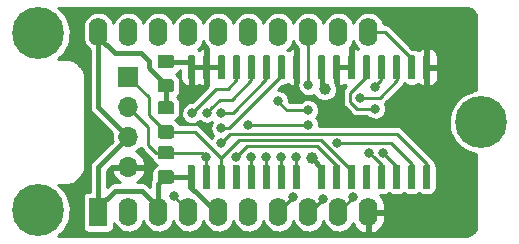
<source format=gbl>
G04 #@! TF.GenerationSoftware,KiCad,Pcbnew,5.99.0-unknown-r17001-43768b71*
G04 #@! TF.CreationDate,2020-02-09T00:01:32+01:00*
G04 #@! TF.ProjectId,PD243X Display,50443234-3358-4204-9469-73706c61792e,1*
G04 #@! TF.SameCoordinates,Original*
G04 #@! TF.FileFunction,Copper,L2,Bot*
G04 #@! TF.FilePolarity,Positive*
%FSLAX46Y46*%
G04 Gerber Fmt 4.6, Leading zero omitted, Abs format (unit mm)*
G04 Created by KiCad (PCBNEW 5.99.0-unknown-r17001-43768b71) date 2020-02-09 00:01:32*
%MOMM*%
%LPD*%
G04 APERTURE LIST*
%ADD10R,1.600000X2.400000*%
%ADD11O,1.600000X2.400000*%
%ADD12C,0.700000*%
%ADD13C,4.400000*%
%ADD14R,1.700000X1.700000*%
%ADD15O,1.700000X1.700000*%
%ADD16C,0.800000*%
%ADD17C,1.000000*%
%ADD18C,0.400000*%
%ADD19C,0.254000*%
G04 APERTURE END LIST*
G04 #@! TA.AperFunction,SMDPad,CuDef*
G36*
X100748671Y-81186530D02*
G01*
X100829777Y-81240723D01*
X100883970Y-81321829D01*
X100903000Y-81417499D01*
X100903000Y-82067501D01*
X100883970Y-82163171D01*
X100829777Y-82244277D01*
X100748671Y-82298470D01*
X100653001Y-82317500D01*
X99752999Y-82317500D01*
X99657329Y-82298470D01*
X99576223Y-82244277D01*
X99522030Y-82163171D01*
X99503000Y-82067501D01*
X99503000Y-81417499D01*
X99522030Y-81321829D01*
X99576223Y-81240723D01*
X99657329Y-81186530D01*
X99752999Y-81167500D01*
X100653001Y-81167500D01*
X100748671Y-81186530D01*
G37*
G04 #@! TD.AperFunction*
G04 #@! TA.AperFunction,SMDPad,CuDef*
G36*
X100748671Y-79136530D02*
G01*
X100829777Y-79190723D01*
X100883970Y-79271829D01*
X100903000Y-79367499D01*
X100903000Y-80017501D01*
X100883970Y-80113171D01*
X100829777Y-80194277D01*
X100748671Y-80248470D01*
X100653001Y-80267500D01*
X99752999Y-80267500D01*
X99657329Y-80248470D01*
X99576223Y-80194277D01*
X99522030Y-80113171D01*
X99503000Y-80017501D01*
X99503000Y-79367499D01*
X99522030Y-79271829D01*
X99576223Y-79190723D01*
X99657329Y-79136530D01*
X99752999Y-79117500D01*
X100653001Y-79117500D01*
X100748671Y-79136530D01*
G37*
G04 #@! TD.AperFunction*
D10*
X94488000Y-92456000D03*
D11*
X97028000Y-92456000D03*
X99568000Y-92456000D03*
X117348000Y-77216000D03*
X102108000Y-92456000D03*
X114808000Y-77216000D03*
X104648000Y-92456000D03*
X112268000Y-77216000D03*
X107188000Y-92456000D03*
X109728000Y-77216000D03*
X109728000Y-92456000D03*
X107188000Y-77216000D03*
X112268000Y-92456000D03*
X104648000Y-77216000D03*
X114808000Y-92456000D03*
X102108000Y-77216000D03*
X117348000Y-92456000D03*
X99568000Y-77216000D03*
X97028000Y-77216000D03*
X94488000Y-77216000D03*
D12*
X128034726Y-83669274D03*
X126868000Y-83186000D03*
X125701274Y-83669274D03*
X125218000Y-84836000D03*
X125701274Y-86002726D03*
X126868000Y-86486000D03*
X128034726Y-86002726D03*
X128518000Y-84836000D03*
D13*
X126868000Y-84836000D03*
D12*
X90574726Y-91136874D03*
X89408000Y-90653600D03*
X88241274Y-91136874D03*
X87758000Y-92303600D03*
X88241274Y-93470326D03*
X89408000Y-93953600D03*
X90574726Y-93470326D03*
X91058000Y-92303600D03*
D13*
X89408000Y-92303600D03*
D12*
X90574726Y-76150874D03*
X89408000Y-75667600D03*
X88241274Y-76150874D03*
X87758000Y-77317600D03*
X88241274Y-78484326D03*
X89408000Y-78967600D03*
X90574726Y-78484326D03*
X91058000Y-77317600D03*
D13*
X89408000Y-77317600D03*
D14*
X97028000Y-81022000D03*
D15*
X97028000Y-83562000D03*
X97028000Y-86102000D03*
X97028000Y-88642000D03*
G04 #@! TA.AperFunction,SMDPad,CuDef*
G36*
X113618403Y-88472418D02*
G01*
X113667066Y-88504934D01*
X113699582Y-88553597D01*
X113711000Y-88611000D01*
X113711000Y-90361000D01*
X113699582Y-90418403D01*
X113667066Y-90467066D01*
X113618403Y-90499582D01*
X113561000Y-90511000D01*
X113261000Y-90511000D01*
X113203597Y-90499582D01*
X113154934Y-90467066D01*
X113122418Y-90418403D01*
X113111000Y-90361000D01*
X113111000Y-88611000D01*
X113122418Y-88553597D01*
X113154934Y-88504934D01*
X113203597Y-88472418D01*
X113261000Y-88461000D01*
X113561000Y-88461000D01*
X113618403Y-88472418D01*
G37*
G04 #@! TD.AperFunction*
G04 #@! TA.AperFunction,SMDPad,CuDef*
G36*
X114888403Y-88472418D02*
G01*
X114937066Y-88504934D01*
X114969582Y-88553597D01*
X114981000Y-88611000D01*
X114981000Y-90361000D01*
X114969582Y-90418403D01*
X114937066Y-90467066D01*
X114888403Y-90499582D01*
X114831000Y-90511000D01*
X114531000Y-90511000D01*
X114473597Y-90499582D01*
X114424934Y-90467066D01*
X114392418Y-90418403D01*
X114381000Y-90361000D01*
X114381000Y-88611000D01*
X114392418Y-88553597D01*
X114424934Y-88504934D01*
X114473597Y-88472418D01*
X114531000Y-88461000D01*
X114831000Y-88461000D01*
X114888403Y-88472418D01*
G37*
G04 #@! TD.AperFunction*
G04 #@! TA.AperFunction,SMDPad,CuDef*
G36*
X116158403Y-88472418D02*
G01*
X116207066Y-88504934D01*
X116239582Y-88553597D01*
X116251000Y-88611000D01*
X116251000Y-90361000D01*
X116239582Y-90418403D01*
X116207066Y-90467066D01*
X116158403Y-90499582D01*
X116101000Y-90511000D01*
X115801000Y-90511000D01*
X115743597Y-90499582D01*
X115694934Y-90467066D01*
X115662418Y-90418403D01*
X115651000Y-90361000D01*
X115651000Y-88611000D01*
X115662418Y-88553597D01*
X115694934Y-88504934D01*
X115743597Y-88472418D01*
X115801000Y-88461000D01*
X116101000Y-88461000D01*
X116158403Y-88472418D01*
G37*
G04 #@! TD.AperFunction*
G04 #@! TA.AperFunction,SMDPad,CuDef*
G36*
X117428403Y-88472418D02*
G01*
X117477066Y-88504934D01*
X117509582Y-88553597D01*
X117521000Y-88611000D01*
X117521000Y-90361000D01*
X117509582Y-90418403D01*
X117477066Y-90467066D01*
X117428403Y-90499582D01*
X117371000Y-90511000D01*
X117071000Y-90511000D01*
X117013597Y-90499582D01*
X116964934Y-90467066D01*
X116932418Y-90418403D01*
X116921000Y-90361000D01*
X116921000Y-88611000D01*
X116932418Y-88553597D01*
X116964934Y-88504934D01*
X117013597Y-88472418D01*
X117071000Y-88461000D01*
X117371000Y-88461000D01*
X117428403Y-88472418D01*
G37*
G04 #@! TD.AperFunction*
G04 #@! TA.AperFunction,SMDPad,CuDef*
G36*
X118698403Y-88472418D02*
G01*
X118747066Y-88504934D01*
X118779582Y-88553597D01*
X118791000Y-88611000D01*
X118791000Y-90361000D01*
X118779582Y-90418403D01*
X118747066Y-90467066D01*
X118698403Y-90499582D01*
X118641000Y-90511000D01*
X118341000Y-90511000D01*
X118283597Y-90499582D01*
X118234934Y-90467066D01*
X118202418Y-90418403D01*
X118191000Y-90361000D01*
X118191000Y-88611000D01*
X118202418Y-88553597D01*
X118234934Y-88504934D01*
X118283597Y-88472418D01*
X118341000Y-88461000D01*
X118641000Y-88461000D01*
X118698403Y-88472418D01*
G37*
G04 #@! TD.AperFunction*
G04 #@! TA.AperFunction,SMDPad,CuDef*
G36*
X119968403Y-88472418D02*
G01*
X120017066Y-88504934D01*
X120049582Y-88553597D01*
X120061000Y-88611000D01*
X120061000Y-90361000D01*
X120049582Y-90418403D01*
X120017066Y-90467066D01*
X119968403Y-90499582D01*
X119911000Y-90511000D01*
X119611000Y-90511000D01*
X119553597Y-90499582D01*
X119504934Y-90467066D01*
X119472418Y-90418403D01*
X119461000Y-90361000D01*
X119461000Y-88611000D01*
X119472418Y-88553597D01*
X119504934Y-88504934D01*
X119553597Y-88472418D01*
X119611000Y-88461000D01*
X119911000Y-88461000D01*
X119968403Y-88472418D01*
G37*
G04 #@! TD.AperFunction*
G04 #@! TA.AperFunction,SMDPad,CuDef*
G36*
X121238403Y-88472418D02*
G01*
X121287066Y-88504934D01*
X121319582Y-88553597D01*
X121331000Y-88611000D01*
X121331000Y-90361000D01*
X121319582Y-90418403D01*
X121287066Y-90467066D01*
X121238403Y-90499582D01*
X121181000Y-90511000D01*
X120881000Y-90511000D01*
X120823597Y-90499582D01*
X120774934Y-90467066D01*
X120742418Y-90418403D01*
X120731000Y-90361000D01*
X120731000Y-88611000D01*
X120742418Y-88553597D01*
X120774934Y-88504934D01*
X120823597Y-88472418D01*
X120881000Y-88461000D01*
X121181000Y-88461000D01*
X121238403Y-88472418D01*
G37*
G04 #@! TD.AperFunction*
G04 #@! TA.AperFunction,SMDPad,CuDef*
G36*
X122508403Y-88472418D02*
G01*
X122557066Y-88504934D01*
X122589582Y-88553597D01*
X122601000Y-88611000D01*
X122601000Y-90361000D01*
X122589582Y-90418403D01*
X122557066Y-90467066D01*
X122508403Y-90499582D01*
X122451000Y-90511000D01*
X122151000Y-90511000D01*
X122093597Y-90499582D01*
X122044934Y-90467066D01*
X122012418Y-90418403D01*
X122001000Y-90361000D01*
X122001000Y-88611000D01*
X122012418Y-88553597D01*
X122044934Y-88504934D01*
X122093597Y-88472418D01*
X122151000Y-88461000D01*
X122451000Y-88461000D01*
X122508403Y-88472418D01*
G37*
G04 #@! TD.AperFunction*
G04 #@! TA.AperFunction,SMDPad,CuDef*
G36*
X122508403Y-79172418D02*
G01*
X122557066Y-79204934D01*
X122589582Y-79253597D01*
X122601000Y-79311000D01*
X122601000Y-81061000D01*
X122589582Y-81118403D01*
X122557066Y-81167066D01*
X122508403Y-81199582D01*
X122451000Y-81211000D01*
X122151000Y-81211000D01*
X122093597Y-81199582D01*
X122044934Y-81167066D01*
X122012418Y-81118403D01*
X122001000Y-81061000D01*
X122001000Y-79311000D01*
X122012418Y-79253597D01*
X122044934Y-79204934D01*
X122093597Y-79172418D01*
X122151000Y-79161000D01*
X122451000Y-79161000D01*
X122508403Y-79172418D01*
G37*
G04 #@! TD.AperFunction*
G04 #@! TA.AperFunction,SMDPad,CuDef*
G36*
X121238403Y-79172418D02*
G01*
X121287066Y-79204934D01*
X121319582Y-79253597D01*
X121331000Y-79311000D01*
X121331000Y-81061000D01*
X121319582Y-81118403D01*
X121287066Y-81167066D01*
X121238403Y-81199582D01*
X121181000Y-81211000D01*
X120881000Y-81211000D01*
X120823597Y-81199582D01*
X120774934Y-81167066D01*
X120742418Y-81118403D01*
X120731000Y-81061000D01*
X120731000Y-79311000D01*
X120742418Y-79253597D01*
X120774934Y-79204934D01*
X120823597Y-79172418D01*
X120881000Y-79161000D01*
X121181000Y-79161000D01*
X121238403Y-79172418D01*
G37*
G04 #@! TD.AperFunction*
G04 #@! TA.AperFunction,SMDPad,CuDef*
G36*
X119968403Y-79172418D02*
G01*
X120017066Y-79204934D01*
X120049582Y-79253597D01*
X120061000Y-79311000D01*
X120061000Y-81061000D01*
X120049582Y-81118403D01*
X120017066Y-81167066D01*
X119968403Y-81199582D01*
X119911000Y-81211000D01*
X119611000Y-81211000D01*
X119553597Y-81199582D01*
X119504934Y-81167066D01*
X119472418Y-81118403D01*
X119461000Y-81061000D01*
X119461000Y-79311000D01*
X119472418Y-79253597D01*
X119504934Y-79204934D01*
X119553597Y-79172418D01*
X119611000Y-79161000D01*
X119911000Y-79161000D01*
X119968403Y-79172418D01*
G37*
G04 #@! TD.AperFunction*
G04 #@! TA.AperFunction,SMDPad,CuDef*
G36*
X118698403Y-79172418D02*
G01*
X118747066Y-79204934D01*
X118779582Y-79253597D01*
X118791000Y-79311000D01*
X118791000Y-81061000D01*
X118779582Y-81118403D01*
X118747066Y-81167066D01*
X118698403Y-81199582D01*
X118641000Y-81211000D01*
X118341000Y-81211000D01*
X118283597Y-81199582D01*
X118234934Y-81167066D01*
X118202418Y-81118403D01*
X118191000Y-81061000D01*
X118191000Y-79311000D01*
X118202418Y-79253597D01*
X118234934Y-79204934D01*
X118283597Y-79172418D01*
X118341000Y-79161000D01*
X118641000Y-79161000D01*
X118698403Y-79172418D01*
G37*
G04 #@! TD.AperFunction*
G04 #@! TA.AperFunction,SMDPad,CuDef*
G36*
X117428403Y-79172418D02*
G01*
X117477066Y-79204934D01*
X117509582Y-79253597D01*
X117521000Y-79311000D01*
X117521000Y-81061000D01*
X117509582Y-81118403D01*
X117477066Y-81167066D01*
X117428403Y-81199582D01*
X117371000Y-81211000D01*
X117071000Y-81211000D01*
X117013597Y-81199582D01*
X116964934Y-81167066D01*
X116932418Y-81118403D01*
X116921000Y-81061000D01*
X116921000Y-79311000D01*
X116932418Y-79253597D01*
X116964934Y-79204934D01*
X117013597Y-79172418D01*
X117071000Y-79161000D01*
X117371000Y-79161000D01*
X117428403Y-79172418D01*
G37*
G04 #@! TD.AperFunction*
G04 #@! TA.AperFunction,SMDPad,CuDef*
G36*
X116158403Y-79172418D02*
G01*
X116207066Y-79204934D01*
X116239582Y-79253597D01*
X116251000Y-79311000D01*
X116251000Y-81061000D01*
X116239582Y-81118403D01*
X116207066Y-81167066D01*
X116158403Y-81199582D01*
X116101000Y-81211000D01*
X115801000Y-81211000D01*
X115743597Y-81199582D01*
X115694934Y-81167066D01*
X115662418Y-81118403D01*
X115651000Y-81061000D01*
X115651000Y-79311000D01*
X115662418Y-79253597D01*
X115694934Y-79204934D01*
X115743597Y-79172418D01*
X115801000Y-79161000D01*
X116101000Y-79161000D01*
X116158403Y-79172418D01*
G37*
G04 #@! TD.AperFunction*
G04 #@! TA.AperFunction,SMDPad,CuDef*
G36*
X114888403Y-79172418D02*
G01*
X114937066Y-79204934D01*
X114969582Y-79253597D01*
X114981000Y-79311000D01*
X114981000Y-81061000D01*
X114969582Y-81118403D01*
X114937066Y-81167066D01*
X114888403Y-81199582D01*
X114831000Y-81211000D01*
X114531000Y-81211000D01*
X114473597Y-81199582D01*
X114424934Y-81167066D01*
X114392418Y-81118403D01*
X114381000Y-81061000D01*
X114381000Y-79311000D01*
X114392418Y-79253597D01*
X114424934Y-79204934D01*
X114473597Y-79172418D01*
X114531000Y-79161000D01*
X114831000Y-79161000D01*
X114888403Y-79172418D01*
G37*
G04 #@! TD.AperFunction*
G04 #@! TA.AperFunction,SMDPad,CuDef*
G36*
X113618403Y-79172418D02*
G01*
X113667066Y-79204934D01*
X113699582Y-79253597D01*
X113711000Y-79311000D01*
X113711000Y-81061000D01*
X113699582Y-81118403D01*
X113667066Y-81167066D01*
X113618403Y-81199582D01*
X113561000Y-81211000D01*
X113261000Y-81211000D01*
X113203597Y-81199582D01*
X113154934Y-81167066D01*
X113122418Y-81118403D01*
X113111000Y-81061000D01*
X113111000Y-79311000D01*
X113122418Y-79253597D01*
X113154934Y-79204934D01*
X113203597Y-79172418D01*
X113261000Y-79161000D01*
X113561000Y-79161000D01*
X113618403Y-79172418D01*
G37*
G04 #@! TD.AperFunction*
G04 #@! TA.AperFunction,SMDPad,CuDef*
G36*
X102569403Y-88472418D02*
G01*
X102618066Y-88504934D01*
X102650582Y-88553597D01*
X102662000Y-88611000D01*
X102662000Y-90361000D01*
X102650582Y-90418403D01*
X102618066Y-90467066D01*
X102569403Y-90499582D01*
X102512000Y-90511000D01*
X102212000Y-90511000D01*
X102154597Y-90499582D01*
X102105934Y-90467066D01*
X102073418Y-90418403D01*
X102062000Y-90361000D01*
X102062000Y-88611000D01*
X102073418Y-88553597D01*
X102105934Y-88504934D01*
X102154597Y-88472418D01*
X102212000Y-88461000D01*
X102512000Y-88461000D01*
X102569403Y-88472418D01*
G37*
G04 #@! TD.AperFunction*
G04 #@! TA.AperFunction,SMDPad,CuDef*
G36*
X103839403Y-88472418D02*
G01*
X103888066Y-88504934D01*
X103920582Y-88553597D01*
X103932000Y-88611000D01*
X103932000Y-90361000D01*
X103920582Y-90418403D01*
X103888066Y-90467066D01*
X103839403Y-90499582D01*
X103782000Y-90511000D01*
X103482000Y-90511000D01*
X103424597Y-90499582D01*
X103375934Y-90467066D01*
X103343418Y-90418403D01*
X103332000Y-90361000D01*
X103332000Y-88611000D01*
X103343418Y-88553597D01*
X103375934Y-88504934D01*
X103424597Y-88472418D01*
X103482000Y-88461000D01*
X103782000Y-88461000D01*
X103839403Y-88472418D01*
G37*
G04 #@! TD.AperFunction*
G04 #@! TA.AperFunction,SMDPad,CuDef*
G36*
X105109403Y-88472418D02*
G01*
X105158066Y-88504934D01*
X105190582Y-88553597D01*
X105202000Y-88611000D01*
X105202000Y-90361000D01*
X105190582Y-90418403D01*
X105158066Y-90467066D01*
X105109403Y-90499582D01*
X105052000Y-90511000D01*
X104752000Y-90511000D01*
X104694597Y-90499582D01*
X104645934Y-90467066D01*
X104613418Y-90418403D01*
X104602000Y-90361000D01*
X104602000Y-88611000D01*
X104613418Y-88553597D01*
X104645934Y-88504934D01*
X104694597Y-88472418D01*
X104752000Y-88461000D01*
X105052000Y-88461000D01*
X105109403Y-88472418D01*
G37*
G04 #@! TD.AperFunction*
G04 #@! TA.AperFunction,SMDPad,CuDef*
G36*
X106379403Y-88472418D02*
G01*
X106428066Y-88504934D01*
X106460582Y-88553597D01*
X106472000Y-88611000D01*
X106472000Y-90361000D01*
X106460582Y-90418403D01*
X106428066Y-90467066D01*
X106379403Y-90499582D01*
X106322000Y-90511000D01*
X106022000Y-90511000D01*
X105964597Y-90499582D01*
X105915934Y-90467066D01*
X105883418Y-90418403D01*
X105872000Y-90361000D01*
X105872000Y-88611000D01*
X105883418Y-88553597D01*
X105915934Y-88504934D01*
X105964597Y-88472418D01*
X106022000Y-88461000D01*
X106322000Y-88461000D01*
X106379403Y-88472418D01*
G37*
G04 #@! TD.AperFunction*
G04 #@! TA.AperFunction,SMDPad,CuDef*
G36*
X107649403Y-88472418D02*
G01*
X107698066Y-88504934D01*
X107730582Y-88553597D01*
X107742000Y-88611000D01*
X107742000Y-90361000D01*
X107730582Y-90418403D01*
X107698066Y-90467066D01*
X107649403Y-90499582D01*
X107592000Y-90511000D01*
X107292000Y-90511000D01*
X107234597Y-90499582D01*
X107185934Y-90467066D01*
X107153418Y-90418403D01*
X107142000Y-90361000D01*
X107142000Y-88611000D01*
X107153418Y-88553597D01*
X107185934Y-88504934D01*
X107234597Y-88472418D01*
X107292000Y-88461000D01*
X107592000Y-88461000D01*
X107649403Y-88472418D01*
G37*
G04 #@! TD.AperFunction*
G04 #@! TA.AperFunction,SMDPad,CuDef*
G36*
X108919403Y-88472418D02*
G01*
X108968066Y-88504934D01*
X109000582Y-88553597D01*
X109012000Y-88611000D01*
X109012000Y-90361000D01*
X109000582Y-90418403D01*
X108968066Y-90467066D01*
X108919403Y-90499582D01*
X108862000Y-90511000D01*
X108562000Y-90511000D01*
X108504597Y-90499582D01*
X108455934Y-90467066D01*
X108423418Y-90418403D01*
X108412000Y-90361000D01*
X108412000Y-88611000D01*
X108423418Y-88553597D01*
X108455934Y-88504934D01*
X108504597Y-88472418D01*
X108562000Y-88461000D01*
X108862000Y-88461000D01*
X108919403Y-88472418D01*
G37*
G04 #@! TD.AperFunction*
G04 #@! TA.AperFunction,SMDPad,CuDef*
G36*
X110189403Y-88472418D02*
G01*
X110238066Y-88504934D01*
X110270582Y-88553597D01*
X110282000Y-88611000D01*
X110282000Y-90361000D01*
X110270582Y-90418403D01*
X110238066Y-90467066D01*
X110189403Y-90499582D01*
X110132000Y-90511000D01*
X109832000Y-90511000D01*
X109774597Y-90499582D01*
X109725934Y-90467066D01*
X109693418Y-90418403D01*
X109682000Y-90361000D01*
X109682000Y-88611000D01*
X109693418Y-88553597D01*
X109725934Y-88504934D01*
X109774597Y-88472418D01*
X109832000Y-88461000D01*
X110132000Y-88461000D01*
X110189403Y-88472418D01*
G37*
G04 #@! TD.AperFunction*
G04 #@! TA.AperFunction,SMDPad,CuDef*
G36*
X111459403Y-88472418D02*
G01*
X111508066Y-88504934D01*
X111540582Y-88553597D01*
X111552000Y-88611000D01*
X111552000Y-90361000D01*
X111540582Y-90418403D01*
X111508066Y-90467066D01*
X111459403Y-90499582D01*
X111402000Y-90511000D01*
X111102000Y-90511000D01*
X111044597Y-90499582D01*
X110995934Y-90467066D01*
X110963418Y-90418403D01*
X110952000Y-90361000D01*
X110952000Y-88611000D01*
X110963418Y-88553597D01*
X110995934Y-88504934D01*
X111044597Y-88472418D01*
X111102000Y-88461000D01*
X111402000Y-88461000D01*
X111459403Y-88472418D01*
G37*
G04 #@! TD.AperFunction*
G04 #@! TA.AperFunction,SMDPad,CuDef*
G36*
X111459403Y-79172418D02*
G01*
X111508066Y-79204934D01*
X111540582Y-79253597D01*
X111552000Y-79311000D01*
X111552000Y-81061000D01*
X111540582Y-81118403D01*
X111508066Y-81167066D01*
X111459403Y-81199582D01*
X111402000Y-81211000D01*
X111102000Y-81211000D01*
X111044597Y-81199582D01*
X110995934Y-81167066D01*
X110963418Y-81118403D01*
X110952000Y-81061000D01*
X110952000Y-79311000D01*
X110963418Y-79253597D01*
X110995934Y-79204934D01*
X111044597Y-79172418D01*
X111102000Y-79161000D01*
X111402000Y-79161000D01*
X111459403Y-79172418D01*
G37*
G04 #@! TD.AperFunction*
G04 #@! TA.AperFunction,SMDPad,CuDef*
G36*
X110189403Y-79172418D02*
G01*
X110238066Y-79204934D01*
X110270582Y-79253597D01*
X110282000Y-79311000D01*
X110282000Y-81061000D01*
X110270582Y-81118403D01*
X110238066Y-81167066D01*
X110189403Y-81199582D01*
X110132000Y-81211000D01*
X109832000Y-81211000D01*
X109774597Y-81199582D01*
X109725934Y-81167066D01*
X109693418Y-81118403D01*
X109682000Y-81061000D01*
X109682000Y-79311000D01*
X109693418Y-79253597D01*
X109725934Y-79204934D01*
X109774597Y-79172418D01*
X109832000Y-79161000D01*
X110132000Y-79161000D01*
X110189403Y-79172418D01*
G37*
G04 #@! TD.AperFunction*
G04 #@! TA.AperFunction,SMDPad,CuDef*
G36*
X108919403Y-79172418D02*
G01*
X108968066Y-79204934D01*
X109000582Y-79253597D01*
X109012000Y-79311000D01*
X109012000Y-81061000D01*
X109000582Y-81118403D01*
X108968066Y-81167066D01*
X108919403Y-81199582D01*
X108862000Y-81211000D01*
X108562000Y-81211000D01*
X108504597Y-81199582D01*
X108455934Y-81167066D01*
X108423418Y-81118403D01*
X108412000Y-81061000D01*
X108412000Y-79311000D01*
X108423418Y-79253597D01*
X108455934Y-79204934D01*
X108504597Y-79172418D01*
X108562000Y-79161000D01*
X108862000Y-79161000D01*
X108919403Y-79172418D01*
G37*
G04 #@! TD.AperFunction*
G04 #@! TA.AperFunction,SMDPad,CuDef*
G36*
X107649403Y-79172418D02*
G01*
X107698066Y-79204934D01*
X107730582Y-79253597D01*
X107742000Y-79311000D01*
X107742000Y-81061000D01*
X107730582Y-81118403D01*
X107698066Y-81167066D01*
X107649403Y-81199582D01*
X107592000Y-81211000D01*
X107292000Y-81211000D01*
X107234597Y-81199582D01*
X107185934Y-81167066D01*
X107153418Y-81118403D01*
X107142000Y-81061000D01*
X107142000Y-79311000D01*
X107153418Y-79253597D01*
X107185934Y-79204934D01*
X107234597Y-79172418D01*
X107292000Y-79161000D01*
X107592000Y-79161000D01*
X107649403Y-79172418D01*
G37*
G04 #@! TD.AperFunction*
G04 #@! TA.AperFunction,SMDPad,CuDef*
G36*
X106379403Y-79172418D02*
G01*
X106428066Y-79204934D01*
X106460582Y-79253597D01*
X106472000Y-79311000D01*
X106472000Y-81061000D01*
X106460582Y-81118403D01*
X106428066Y-81167066D01*
X106379403Y-81199582D01*
X106322000Y-81211000D01*
X106022000Y-81211000D01*
X105964597Y-81199582D01*
X105915934Y-81167066D01*
X105883418Y-81118403D01*
X105872000Y-81061000D01*
X105872000Y-79311000D01*
X105883418Y-79253597D01*
X105915934Y-79204934D01*
X105964597Y-79172418D01*
X106022000Y-79161000D01*
X106322000Y-79161000D01*
X106379403Y-79172418D01*
G37*
G04 #@! TD.AperFunction*
G04 #@! TA.AperFunction,SMDPad,CuDef*
G36*
X105109403Y-79172418D02*
G01*
X105158066Y-79204934D01*
X105190582Y-79253597D01*
X105202000Y-79311000D01*
X105202000Y-81061000D01*
X105190582Y-81118403D01*
X105158066Y-81167066D01*
X105109403Y-81199582D01*
X105052000Y-81211000D01*
X104752000Y-81211000D01*
X104694597Y-81199582D01*
X104645934Y-81167066D01*
X104613418Y-81118403D01*
X104602000Y-81061000D01*
X104602000Y-79311000D01*
X104613418Y-79253597D01*
X104645934Y-79204934D01*
X104694597Y-79172418D01*
X104752000Y-79161000D01*
X105052000Y-79161000D01*
X105109403Y-79172418D01*
G37*
G04 #@! TD.AperFunction*
G04 #@! TA.AperFunction,SMDPad,CuDef*
G36*
X103839403Y-79172418D02*
G01*
X103888066Y-79204934D01*
X103920582Y-79253597D01*
X103932000Y-79311000D01*
X103932000Y-81061000D01*
X103920582Y-81118403D01*
X103888066Y-81167066D01*
X103839403Y-81199582D01*
X103782000Y-81211000D01*
X103482000Y-81211000D01*
X103424597Y-81199582D01*
X103375934Y-81167066D01*
X103343418Y-81118403D01*
X103332000Y-81061000D01*
X103332000Y-79311000D01*
X103343418Y-79253597D01*
X103375934Y-79204934D01*
X103424597Y-79172418D01*
X103482000Y-79161000D01*
X103782000Y-79161000D01*
X103839403Y-79172418D01*
G37*
G04 #@! TD.AperFunction*
G04 #@! TA.AperFunction,SMDPad,CuDef*
G36*
X102569403Y-79172418D02*
G01*
X102618066Y-79204934D01*
X102650582Y-79253597D01*
X102662000Y-79311000D01*
X102662000Y-81061000D01*
X102650582Y-81118403D01*
X102618066Y-81167066D01*
X102569403Y-81199582D01*
X102512000Y-81211000D01*
X102212000Y-81211000D01*
X102154597Y-81199582D01*
X102105934Y-81167066D01*
X102073418Y-81118403D01*
X102062000Y-81061000D01*
X102062000Y-79311000D01*
X102073418Y-79253597D01*
X102105934Y-79204934D01*
X102154597Y-79172418D01*
X102212000Y-79161000D01*
X102512000Y-79161000D01*
X102569403Y-79172418D01*
G37*
G04 #@! TD.AperFunction*
G04 #@! TA.AperFunction,SMDPad,CuDef*
G36*
X100748671Y-86865530D02*
G01*
X100829777Y-86919723D01*
X100883970Y-87000829D01*
X100903000Y-87096499D01*
X100903000Y-87746501D01*
X100883970Y-87842171D01*
X100829777Y-87923277D01*
X100748671Y-87977470D01*
X100653001Y-87996500D01*
X99752999Y-87996500D01*
X99657329Y-87977470D01*
X99576223Y-87923277D01*
X99522030Y-87842171D01*
X99503000Y-87746501D01*
X99503000Y-87096499D01*
X99522030Y-87000829D01*
X99576223Y-86919723D01*
X99657329Y-86865530D01*
X99752999Y-86846500D01*
X100653001Y-86846500D01*
X100748671Y-86865530D01*
G37*
G04 #@! TD.AperFunction*
G04 #@! TA.AperFunction,SMDPad,CuDef*
G36*
X100748671Y-88915530D02*
G01*
X100829777Y-88969723D01*
X100883970Y-89050829D01*
X100903000Y-89146499D01*
X100903000Y-89796501D01*
X100883970Y-89892171D01*
X100829777Y-89973277D01*
X100748671Y-90027470D01*
X100653001Y-90046500D01*
X99752999Y-90046500D01*
X99657329Y-90027470D01*
X99576223Y-89973277D01*
X99522030Y-89892171D01*
X99503000Y-89796501D01*
X99503000Y-89146499D01*
X99522030Y-89050829D01*
X99576223Y-88969723D01*
X99657329Y-88915530D01*
X99752999Y-88896500D01*
X100653001Y-88896500D01*
X100748671Y-88915530D01*
G37*
G04 #@! TD.AperFunction*
G04 #@! TA.AperFunction,SMDPad,CuDef*
G36*
X100748671Y-85105530D02*
G01*
X100829777Y-85159723D01*
X100883970Y-85240829D01*
X100903000Y-85336499D01*
X100903000Y-85986501D01*
X100883970Y-86082171D01*
X100829777Y-86163277D01*
X100748671Y-86217470D01*
X100653001Y-86236500D01*
X99752999Y-86236500D01*
X99657329Y-86217470D01*
X99576223Y-86163277D01*
X99522030Y-86082171D01*
X99503000Y-85986501D01*
X99503000Y-85336499D01*
X99522030Y-85240829D01*
X99576223Y-85159723D01*
X99657329Y-85105530D01*
X99752999Y-85086500D01*
X100653001Y-85086500D01*
X100748671Y-85105530D01*
G37*
G04 #@! TD.AperFunction*
G04 #@! TA.AperFunction,SMDPad,CuDef*
G36*
X100748671Y-83055530D02*
G01*
X100829777Y-83109723D01*
X100883970Y-83190829D01*
X100903000Y-83286499D01*
X100903000Y-83936501D01*
X100883970Y-84032171D01*
X100829777Y-84113277D01*
X100748671Y-84167470D01*
X100653001Y-84186500D01*
X99752999Y-84186500D01*
X99657329Y-84167470D01*
X99576223Y-84113277D01*
X99522030Y-84032171D01*
X99503000Y-83936501D01*
X99503000Y-83286499D01*
X99522030Y-83190829D01*
X99576223Y-83109723D01*
X99657329Y-83055530D01*
X99752999Y-83036500D01*
X100653001Y-83036500D01*
X100748671Y-83055530D01*
G37*
G04 #@! TD.AperFunction*
D16*
X100865790Y-91120171D03*
D17*
X94488000Y-86106000D03*
D16*
X113525959Y-91370053D03*
X117919502Y-83693000D03*
X110997999Y-91186000D03*
X102425500Y-82423000D03*
X103657894Y-84036394D03*
X102425500Y-84074000D03*
X104902000Y-85344000D03*
X104901996Y-84074000D03*
X104902000Y-86614000D03*
X106172010Y-87757000D03*
X117919500Y-81851500D03*
X116598800Y-82753300D03*
X112267996Y-81724500D03*
D17*
X113664996Y-82042000D03*
D16*
X112268000Y-83820000D03*
X118554500Y-87414257D03*
X117411502Y-87414257D03*
X114725251Y-86633247D03*
X112268000Y-85070990D03*
X107188000Y-85070990D03*
X111252000Y-87757000D03*
D17*
X112544051Y-87914013D03*
D16*
X120088000Y-84826500D03*
X116006507Y-91183971D03*
X109728001Y-83057997D03*
X109982000Y-87757000D03*
X108712000Y-87757000D03*
X107442000Y-87757000D03*
X103631992Y-87757000D03*
D18*
X102362000Y-80186000D02*
X103632000Y-80186000D01*
X102362000Y-79756000D02*
X100266500Y-79756000D01*
X102362000Y-80186000D02*
X102362000Y-79756000D01*
X100266500Y-79756000D02*
X100203000Y-79692500D01*
X100203000Y-83611500D02*
X100203000Y-81742500D01*
D19*
X100203000Y-87421500D02*
X103296492Y-87421500D01*
X103296492Y-87421500D02*
X103631992Y-87757000D01*
X98742500Y-84201000D02*
X98742500Y-82740500D01*
X100203000Y-85661500D02*
X98742500Y-84201000D01*
X97028000Y-81026000D02*
X97028000Y-81022000D01*
X98742500Y-82740500D02*
X97028000Y-81026000D01*
X99359500Y-87421500D02*
X98679000Y-86741000D01*
X100203000Y-87421500D02*
X99359500Y-87421500D01*
X98679000Y-86741000D02*
X98679000Y-85217000D01*
X98679000Y-85217000D02*
X97028000Y-83566000D01*
X100203000Y-85661500D02*
X102679500Y-85661500D01*
X102679500Y-85661500D02*
X104140000Y-87122000D01*
D18*
X102362000Y-89486000D02*
X100217500Y-89486000D01*
X100217500Y-89486000D02*
X100203000Y-89471500D01*
X100203000Y-89471500D02*
X99568000Y-90106500D01*
X99568000Y-90106500D02*
X99568000Y-92456000D01*
D19*
X102108000Y-92456000D02*
X102108000Y-92362381D01*
X102108000Y-92362381D02*
X100865790Y-91120171D01*
X97028000Y-83566000D02*
X97028000Y-83562000D01*
D18*
X94488000Y-83566000D02*
X94488000Y-79057500D01*
X94488000Y-79057500D02*
X94488000Y-77216000D01*
X97028000Y-86102000D02*
X94488000Y-83562000D01*
X94488000Y-89027000D02*
X94488000Y-90856000D01*
X97028000Y-86102000D02*
X94488000Y-88642000D01*
X94488000Y-88642000D02*
X94488000Y-89027000D01*
X94488000Y-90856000D02*
X94488000Y-92456000D01*
D19*
X112268000Y-92456000D02*
X112440012Y-92456000D01*
X112440012Y-92456000D02*
X113525959Y-91370053D01*
X118745000Y-77216000D02*
X121031000Y-79502000D01*
X117348000Y-77216000D02*
X118745000Y-77216000D01*
X121031000Y-79502000D02*
X121031000Y-80186000D01*
X106406998Y-86379002D02*
X113366502Y-86379002D01*
X104902000Y-87884000D02*
X106406998Y-86379002D01*
X113366502Y-86379002D02*
X115951000Y-88963500D01*
X115951000Y-88963500D02*
X115951000Y-89408000D01*
X117353817Y-83693000D02*
X117919502Y-83693000D01*
X117221000Y-80186000D02*
X117157500Y-80249500D01*
X117157500Y-80249500D02*
X117157500Y-81038718D01*
X115817799Y-83128181D02*
X116382618Y-83693000D01*
X117157500Y-81038718D02*
X115817799Y-82378419D01*
X116382618Y-83693000D02*
X117353817Y-83693000D01*
X115817799Y-82378419D02*
X115817799Y-83128181D01*
X109728000Y-92456000D02*
X109728000Y-92455999D01*
X109728000Y-92455999D02*
X110997999Y-91186000D01*
X108712000Y-81216500D02*
X105854500Y-84074000D01*
X108712000Y-80186000D02*
X108712000Y-81216500D01*
X105854500Y-84074000D02*
X105467681Y-84074000D01*
X105467681Y-84074000D02*
X104901996Y-84074000D01*
X105531185Y-85344000D02*
X109982000Y-80893185D01*
X104902000Y-85344000D02*
X105531185Y-85344000D01*
X109982000Y-80893185D02*
X109982000Y-80186000D01*
X107442000Y-81311000D02*
X105822000Y-82931000D01*
X105822000Y-82931000D02*
X104763288Y-82931000D01*
X107442000Y-80186000D02*
X107442000Y-81311000D01*
X104057893Y-83636395D02*
X103657894Y-84036394D01*
X104763288Y-82931000D02*
X104057893Y-83636395D01*
X105439603Y-82043397D02*
X104456103Y-82043397D01*
X102825499Y-83674001D02*
X102425500Y-84074000D01*
X104456103Y-82043397D02*
X102825499Y-83674001D01*
X106172000Y-81311000D02*
X105439603Y-82043397D01*
X106172000Y-80186000D02*
X106172000Y-81311000D01*
X105301999Y-86214001D02*
X104902000Y-86614000D01*
X122301000Y-89486000D02*
X122301000Y-88361000D01*
X105664000Y-85852000D02*
X105301999Y-86214001D01*
X122301000Y-88361000D02*
X119792000Y-85852000D01*
X119792000Y-85852000D02*
X105664000Y-85852000D01*
X114681000Y-88582500D02*
X112985513Y-86887013D01*
X114681000Y-89422500D02*
X114681000Y-88582500D01*
X106572009Y-87357001D02*
X106172010Y-87757000D01*
X112985513Y-86887013D02*
X107041997Y-86887013D01*
X107041997Y-86887013D02*
X106572009Y-87357001D01*
X117919500Y-81788000D02*
X117919500Y-81851500D01*
X118427500Y-81280000D02*
X117919500Y-81788000D01*
X118491000Y-80186000D02*
X118427500Y-80249500D01*
X118427500Y-80249500D02*
X118427500Y-81280000D01*
X117164485Y-82753300D02*
X116598800Y-82753300D01*
X118318700Y-82753300D02*
X117164485Y-82753300D01*
X119761000Y-80186000D02*
X119761000Y-81311000D01*
X119761000Y-81311000D02*
X118318700Y-82753300D01*
X112268000Y-81724496D02*
X112267996Y-81724500D01*
X112268000Y-77216000D02*
X112268000Y-81724496D01*
D18*
X113411000Y-80186000D02*
X113411000Y-81788004D01*
X113411000Y-81788004D02*
X113664996Y-82042000D01*
D19*
X109728001Y-83121501D02*
X110426500Y-83820000D01*
X109728001Y-83057997D02*
X109728001Y-83121501D01*
X110426500Y-83820000D02*
X112268000Y-83820000D01*
D18*
X102687903Y-90655990D02*
X102593990Y-90655990D01*
X102362000Y-90424000D02*
X102362000Y-89486000D01*
X102593990Y-90655990D02*
X102362000Y-90424000D01*
X103852913Y-91821000D02*
X102687903Y-90655990D01*
X104648000Y-92456000D02*
X104013000Y-91821000D01*
X104013000Y-91821000D02*
X103852913Y-91821000D01*
X99568000Y-92456000D02*
X99568000Y-92056000D01*
X99568000Y-92056000D02*
X98167990Y-90655990D01*
X98167990Y-90655990D02*
X95888010Y-90655990D01*
X95888010Y-90655990D02*
X94488000Y-92056000D01*
X94488000Y-92056000D02*
X94488000Y-92456000D01*
D19*
X118471873Y-89466873D02*
X118471873Y-88474628D01*
X118491000Y-89486000D02*
X118471873Y-89466873D01*
X118471873Y-88474628D02*
X117811501Y-87814256D01*
X117811501Y-87814256D02*
X117411502Y-87414257D01*
X119761000Y-88620757D02*
X118954499Y-87814256D01*
X119761000Y-89486000D02*
X119761000Y-88620757D01*
X118954499Y-87814256D02*
X118554500Y-87414257D01*
X121031000Y-89486000D02*
X121031000Y-88361000D01*
X121031000Y-88361000D02*
X119303247Y-86633247D01*
X119303247Y-86633247D02*
X115290936Y-86633247D01*
X115290936Y-86633247D02*
X114725251Y-86633247D01*
X111702315Y-85070990D02*
X107188000Y-85070990D01*
X112268000Y-85070990D02*
X111702315Y-85070990D01*
X111252000Y-89486000D02*
X111252000Y-87757000D01*
D18*
X113411000Y-89486000D02*
X113411000Y-88780962D01*
X113411000Y-88780962D02*
X112544051Y-87914013D01*
D19*
X107188000Y-92856000D02*
X107188000Y-92456000D01*
D18*
X99568000Y-92856000D02*
X99568000Y-93345000D01*
X104648000Y-93345000D02*
X104648000Y-92456000D01*
D19*
X97173000Y-83312000D02*
X97028000Y-83312000D01*
D18*
X94488000Y-92456000D02*
X94488000Y-92837000D01*
D19*
X114808000Y-92456000D02*
X116006507Y-91257493D01*
X116006507Y-91257493D02*
X116006507Y-91183971D01*
X112268000Y-92456000D02*
X112395000Y-92456000D01*
X109982000Y-89486000D02*
X109982000Y-87757000D01*
X107442000Y-89486000D02*
X107442000Y-87757000D01*
X108712000Y-89486000D02*
X108712000Y-87757000D01*
X103631992Y-88322685D02*
X103631992Y-87757000D01*
X103631992Y-89407992D02*
X103631992Y-88322685D01*
X103632000Y-89408000D02*
X103631992Y-89407992D01*
D18*
X99568000Y-92456000D02*
X99568000Y-92856000D01*
D19*
X104140000Y-87122000D02*
X104902000Y-87884000D01*
D18*
X97536000Y-83312000D02*
X97282000Y-83312000D01*
D19*
X104902000Y-88283000D02*
X104902000Y-89408000D01*
X104902000Y-87884000D02*
X104902000Y-88283000D01*
X97028000Y-77616000D02*
X97028000Y-77216000D01*
D18*
X99400912Y-80867510D02*
X99409510Y-80867510D01*
X98902990Y-80360990D02*
X98902990Y-80369588D01*
X94488000Y-77616000D02*
X95888010Y-79016010D01*
X95888010Y-79016010D02*
X98129510Y-79016010D01*
X98742500Y-79629000D02*
X98742500Y-80200500D01*
X99409510Y-80867510D02*
X100203000Y-81661000D01*
X98902990Y-80369588D02*
X99400912Y-80867510D01*
X98742500Y-80200500D02*
X98902990Y-80360990D01*
X94488000Y-77216000D02*
X94488000Y-77616000D01*
X98129510Y-79016010D02*
X98742500Y-79629000D01*
X114681000Y-80186000D02*
X115951000Y-80186000D01*
X103632000Y-80186000D02*
X104902000Y-80186000D01*
G36*
X125551417Y-75159949D02*
G01*
X125754460Y-75178071D01*
X125905954Y-75219514D01*
X126047738Y-75287141D01*
X126175293Y-75378799D01*
X126284603Y-75491599D01*
X126372215Y-75621981D01*
X126435346Y-75765796D01*
X126472726Y-75921494D01*
X126484967Y-76088171D01*
X126488001Y-76099148D01*
X126488000Y-82136534D01*
X126323491Y-82159654D01*
X126001385Y-82245962D01*
X125692198Y-82370881D01*
X125400541Y-82532550D01*
X125130758Y-82728558D01*
X124886875Y-82955983D01*
X124672526Y-83211434D01*
X124490906Y-83491105D01*
X124344723Y-83790825D01*
X124236156Y-84106125D01*
X124166824Y-84432306D01*
X124137761Y-84764507D01*
X124149399Y-85097771D01*
X124201564Y-85427134D01*
X124293480Y-85747685D01*
X124423778Y-86054645D01*
X124590511Y-86343437D01*
X124791198Y-86609756D01*
X125022845Y-86849634D01*
X125281999Y-87059492D01*
X125564796Y-87236204D01*
X125867020Y-87377134D01*
X126184168Y-87480182D01*
X126488001Y-87539239D01*
X126488000Y-93519009D01*
X126485651Y-93527017D01*
X126467530Y-93730057D01*
X126426085Y-93881556D01*
X126358460Y-94023336D01*
X126266801Y-94150894D01*
X126154004Y-94260201D01*
X126023622Y-94347813D01*
X125879805Y-94410946D01*
X125724106Y-94448326D01*
X125557428Y-94460566D01*
X125546450Y-94463600D01*
X91071216Y-94463600D01*
X91217731Y-94349130D01*
X91453530Y-94113331D01*
X91658833Y-93850555D01*
X91830582Y-93564716D01*
X91966216Y-93260078D01*
X92063713Y-92941180D01*
X92121907Y-92611147D01*
X92134283Y-92138510D01*
X92093442Y-91805882D01*
X92012768Y-91482319D01*
X91921129Y-91243590D01*
X93154164Y-91243590D01*
X93154164Y-93668410D01*
X93192520Y-93861235D01*
X93308775Y-94035225D01*
X93482765Y-94151480D01*
X93675590Y-94189836D01*
X95300410Y-94189836D01*
X95493235Y-94151480D01*
X95667225Y-94035225D01*
X95783480Y-93861235D01*
X95821836Y-93668410D01*
X95821836Y-93408374D01*
X95892565Y-93551796D01*
X96038376Y-93747062D01*
X96217331Y-93912486D01*
X96423435Y-94042528D01*
X96649786Y-94132832D01*
X96888804Y-94180376D01*
X97132481Y-94183566D01*
X97372661Y-94142295D01*
X97601299Y-94057947D01*
X97810737Y-93933345D01*
X97993960Y-93772662D01*
X98144833Y-93581279D01*
X98258303Y-93365608D01*
X98297924Y-93238011D01*
X98324778Y-93333229D01*
X98432565Y-93551796D01*
X98578376Y-93747062D01*
X98757331Y-93912486D01*
X98963435Y-94042528D01*
X99189786Y-94132832D01*
X99428804Y-94180376D01*
X99672481Y-94183566D01*
X99912661Y-94142295D01*
X100141299Y-94057947D01*
X100350737Y-93933345D01*
X100533960Y-93772662D01*
X100684833Y-93581279D01*
X100798303Y-93365608D01*
X100837924Y-93238011D01*
X100864778Y-93333229D01*
X100972565Y-93551796D01*
X101118376Y-93747062D01*
X101297331Y-93912486D01*
X101503435Y-94042528D01*
X101729786Y-94132832D01*
X101968804Y-94180376D01*
X102212481Y-94183566D01*
X102452661Y-94142295D01*
X102681299Y-94057947D01*
X102890737Y-93933345D01*
X103073960Y-93772662D01*
X103224833Y-93581279D01*
X103338303Y-93365608D01*
X103377924Y-93238011D01*
X103404778Y-93333229D01*
X103512565Y-93551796D01*
X103658376Y-93747062D01*
X103837331Y-93912486D01*
X104043435Y-94042528D01*
X104269786Y-94132832D01*
X104508804Y-94180376D01*
X104752481Y-94183566D01*
X104992661Y-94142295D01*
X105221299Y-94057947D01*
X105430737Y-93933345D01*
X105613960Y-93772662D01*
X105764833Y-93581279D01*
X105878303Y-93365608D01*
X105917924Y-93238011D01*
X105944778Y-93333229D01*
X106052565Y-93551796D01*
X106198376Y-93747062D01*
X106377331Y-93912486D01*
X106583435Y-94042528D01*
X106809786Y-94132832D01*
X107048804Y-94180376D01*
X107292481Y-94183566D01*
X107532661Y-94142295D01*
X107761299Y-94057947D01*
X107970737Y-93933345D01*
X108153960Y-93772662D01*
X108304833Y-93581279D01*
X108418303Y-93365608D01*
X108457924Y-93238011D01*
X108484778Y-93333229D01*
X108592565Y-93551796D01*
X108738376Y-93747062D01*
X108917331Y-93912486D01*
X109123435Y-94042528D01*
X109349786Y-94132832D01*
X109588804Y-94180376D01*
X109832481Y-94183566D01*
X110072661Y-94142295D01*
X110301299Y-94057947D01*
X110510737Y-93933345D01*
X110693960Y-93772662D01*
X110844833Y-93581279D01*
X110958303Y-93365608D01*
X110997924Y-93238011D01*
X111024778Y-93333229D01*
X111132565Y-93551796D01*
X111278376Y-93747062D01*
X111457331Y-93912486D01*
X111663435Y-94042528D01*
X111889786Y-94132832D01*
X112128804Y-94180376D01*
X112372481Y-94183566D01*
X112612661Y-94142295D01*
X112841299Y-94057947D01*
X113050737Y-93933345D01*
X113233960Y-93772662D01*
X113384833Y-93581279D01*
X113498303Y-93365608D01*
X113537924Y-93238011D01*
X113564778Y-93333229D01*
X113672565Y-93551796D01*
X113818376Y-93747062D01*
X113997331Y-93912486D01*
X114203435Y-94042528D01*
X114429786Y-94132832D01*
X114668804Y-94180376D01*
X114912481Y-94183566D01*
X115152661Y-94142295D01*
X115381299Y-94057947D01*
X115590737Y-93933345D01*
X115773960Y-93772662D01*
X115924833Y-93581279D01*
X116019794Y-93400787D01*
X116101376Y-93575739D01*
X116245298Y-93781279D01*
X116422722Y-93958703D01*
X116628262Y-94102624D01*
X116855671Y-94208667D01*
X117220000Y-94306289D01*
X117220000Y-92584000D01*
X117476000Y-92584000D01*
X117476000Y-94306288D01*
X117840330Y-94208667D01*
X118067739Y-94102624D01*
X118273279Y-93958703D01*
X118450703Y-93781279D01*
X118594624Y-93575739D01*
X118700667Y-93348330D01*
X118765609Y-93105961D01*
X118782000Y-92918605D01*
X118782000Y-92584000D01*
X117476000Y-92584000D01*
X117220000Y-92584000D01*
X117220000Y-92328000D01*
X118782000Y-92328000D01*
X118782000Y-91993394D01*
X118765609Y-91806038D01*
X118700667Y-91563670D01*
X118594624Y-91336261D01*
X118450703Y-91130721D01*
X118362512Y-91042531D01*
X118646749Y-91042531D01*
X118809612Y-91022230D01*
X119013775Y-90932676D01*
X119126715Y-90828707D01*
X119192125Y-90899762D01*
X119390542Y-91007139D01*
X119602633Y-91042531D01*
X119916749Y-91042531D01*
X120079612Y-91022230D01*
X120283775Y-90932676D01*
X120396715Y-90828707D01*
X120462125Y-90899762D01*
X120660542Y-91007139D01*
X120872633Y-91042531D01*
X121186749Y-91042531D01*
X121349612Y-91022230D01*
X121553775Y-90932676D01*
X121666715Y-90828707D01*
X121732125Y-90899762D01*
X121930542Y-91007139D01*
X122142633Y-91042531D01*
X122456749Y-91042531D01*
X122619612Y-91022230D01*
X122823775Y-90932676D01*
X122989762Y-90779875D01*
X123097139Y-90581458D01*
X123132531Y-90369367D01*
X123132531Y-88605251D01*
X123112230Y-88442388D01*
X123022676Y-88238225D01*
X122911798Y-88117780D01*
X122824098Y-87955243D01*
X122753010Y-87889530D01*
X120303006Y-85439526D01*
X120281650Y-85406453D01*
X120226292Y-85362812D01*
X120215423Y-85351942D01*
X120184199Y-85329629D01*
X120106501Y-85268377D01*
X120093988Y-85265165D01*
X120083248Y-85257489D01*
X119874972Y-85195201D01*
X119778284Y-85199000D01*
X113191568Y-85199000D01*
X113194231Y-84944785D01*
X113125823Y-84699777D01*
X112994397Y-84482766D01*
X112955965Y-84446676D01*
X112981918Y-84423308D01*
X113117861Y-84209096D01*
X113191384Y-83965575D01*
X113194231Y-83693795D01*
X113125823Y-83448787D01*
X112994397Y-83231776D01*
X112809453Y-83058102D01*
X112584617Y-82940561D01*
X112336455Y-82887813D01*
X112083251Y-82903742D01*
X111843656Y-82987179D01*
X111635325Y-83131972D01*
X111606348Y-83167000D01*
X110696982Y-83167000D01*
X110652237Y-83122256D01*
X110654232Y-82931792D01*
X110585824Y-82686784D01*
X110454398Y-82469773D01*
X110269454Y-82296099D01*
X110044618Y-82178558D01*
X109796456Y-82125810D01*
X109664558Y-82134108D01*
X110056135Y-81742531D01*
X110137749Y-81742531D01*
X110300612Y-81722230D01*
X110504775Y-81632676D01*
X110537010Y-81603001D01*
X110657063Y-81714394D01*
X110869996Y-81816937D01*
X111124000Y-81855221D01*
X111124000Y-78515183D01*
X110816124Y-78573438D01*
X110609357Y-78692814D01*
X110540748Y-78766757D01*
X110460414Y-78723284D01*
X110510737Y-78693345D01*
X110693960Y-78532662D01*
X110844833Y-78341279D01*
X110958303Y-78125608D01*
X110997924Y-77998011D01*
X111024778Y-78093229D01*
X111132565Y-78311796D01*
X111278376Y-78507062D01*
X111380000Y-78601002D01*
X111380000Y-81442193D01*
X111370412Y-81463728D01*
X111333349Y-81714712D01*
X111365148Y-81966418D01*
X111463463Y-82200300D01*
X111621052Y-82399128D01*
X111826304Y-82548252D01*
X112064098Y-82636687D01*
X112316914Y-82657916D01*
X112566126Y-82610377D01*
X112754452Y-82516891D01*
X112843992Y-82671979D01*
X113035017Y-82863004D01*
X113268975Y-82998079D01*
X113529921Y-83068000D01*
X113800071Y-83068000D01*
X114061017Y-82998079D01*
X114294975Y-82863004D01*
X114486000Y-82671979D01*
X114621075Y-82438021D01*
X114690996Y-82177075D01*
X114690996Y-81906925D01*
X114621075Y-81645979D01*
X114553000Y-81528069D01*
X114553000Y-80058000D01*
X114809000Y-80058000D01*
X114809000Y-81856817D01*
X115116876Y-81798562D01*
X115320237Y-81681152D01*
X115356063Y-81714394D01*
X115492594Y-81780144D01*
X115405325Y-81867413D01*
X115372251Y-81888769D01*
X115328614Y-81944123D01*
X115317741Y-81954996D01*
X115295431Y-81986217D01*
X115234177Y-82063918D01*
X115230965Y-82076429D01*
X115223288Y-82087171D01*
X115161000Y-82295447D01*
X115164799Y-82392135D01*
X115164799Y-83058517D01*
X115156514Y-83096996D01*
X115164799Y-83166994D01*
X115164799Y-83182370D01*
X115171098Y-83220216D01*
X115182729Y-83318476D01*
X115189305Y-83329596D01*
X115191473Y-83342621D01*
X115294702Y-83533938D01*
X115365764Y-83599626D01*
X115871615Y-84105479D01*
X115892967Y-84138547D01*
X115948320Y-84182183D01*
X115959194Y-84193057D01*
X115990402Y-84215359D01*
X116068116Y-84276622D01*
X116080627Y-84279834D01*
X116091369Y-84287511D01*
X116299645Y-84349799D01*
X116396333Y-84346000D01*
X117255416Y-84346000D01*
X117272558Y-84367628D01*
X117477810Y-84516752D01*
X117715604Y-84605187D01*
X117968420Y-84626416D01*
X118217632Y-84578877D01*
X118444880Y-84466070D01*
X118633420Y-84296308D01*
X118769363Y-84082096D01*
X118842886Y-83838575D01*
X118845733Y-83566795D01*
X118777325Y-83321787D01*
X118739791Y-83259810D01*
X118790170Y-83205310D01*
X120173479Y-81822003D01*
X120206547Y-81800651D01*
X120250181Y-81745300D01*
X120261058Y-81734424D01*
X120283366Y-81703206D01*
X120344620Y-81625505D01*
X120347833Y-81612993D01*
X120355512Y-81602247D01*
X120370207Y-81553110D01*
X120396715Y-81528707D01*
X120462125Y-81599762D01*
X120660542Y-81707139D01*
X120872633Y-81742531D01*
X121186749Y-81742531D01*
X121349612Y-81722230D01*
X121553775Y-81632676D01*
X121586010Y-81603001D01*
X121706063Y-81714394D01*
X121918996Y-81816937D01*
X122173000Y-81855221D01*
X122173000Y-80314000D01*
X122429000Y-80314000D01*
X122429000Y-81856817D01*
X122736876Y-81798562D01*
X122943643Y-81679186D01*
X123104394Y-81505937D01*
X123206937Y-81293005D01*
X123240738Y-81068748D01*
X123240738Y-80314000D01*
X122429000Y-80314000D01*
X122173000Y-80314000D01*
X122173000Y-80058000D01*
X122429000Y-80058000D01*
X123240738Y-80058000D01*
X123240738Y-79300879D01*
X123188562Y-79025124D01*
X123069186Y-78818357D01*
X122895937Y-78657606D01*
X122683004Y-78555063D01*
X122429000Y-78516779D01*
X122429000Y-80058000D01*
X122173000Y-80058000D01*
X122173000Y-78515183D01*
X121865124Y-78573438D01*
X121658357Y-78692814D01*
X121589748Y-78766757D01*
X121401458Y-78664861D01*
X121189367Y-78629469D01*
X121081949Y-78629469D01*
X119256006Y-76803526D01*
X119234650Y-76770453D01*
X119179292Y-76726812D01*
X119168423Y-76715942D01*
X119137199Y-76693629D01*
X119059501Y-76632377D01*
X119046988Y-76629165D01*
X119036248Y-76621489D01*
X118827972Y-76559201D01*
X118731284Y-76563000D01*
X118654461Y-76563000D01*
X118591222Y-76338771D01*
X118483436Y-76120204D01*
X118337625Y-75924938D01*
X118158669Y-75759514D01*
X117952565Y-75629472D01*
X117726214Y-75539168D01*
X117487196Y-75491624D01*
X117243519Y-75488434D01*
X117003339Y-75529705D01*
X116774701Y-75614053D01*
X116565263Y-75738655D01*
X116382039Y-75899338D01*
X116231167Y-76090722D01*
X116117697Y-76306393D01*
X116078076Y-76433990D01*
X116051222Y-76338771D01*
X115943436Y-76120204D01*
X115797625Y-75924938D01*
X115618669Y-75759514D01*
X115412565Y-75629472D01*
X115186214Y-75539168D01*
X114947196Y-75491624D01*
X114703519Y-75488434D01*
X114463339Y-75529705D01*
X114234701Y-75614053D01*
X114025263Y-75738655D01*
X113842039Y-75899338D01*
X113691167Y-76090722D01*
X113577697Y-76306393D01*
X113538076Y-76433990D01*
X113511222Y-76338771D01*
X113403436Y-76120204D01*
X113257625Y-75924938D01*
X113078669Y-75759514D01*
X112872565Y-75629472D01*
X112646214Y-75539168D01*
X112407196Y-75491624D01*
X112163519Y-75488434D01*
X111923339Y-75529705D01*
X111694701Y-75614053D01*
X111485263Y-75738655D01*
X111302039Y-75899338D01*
X111151167Y-76090722D01*
X111037697Y-76306393D01*
X110998076Y-76433990D01*
X110971222Y-76338771D01*
X110863436Y-76120204D01*
X110717625Y-75924938D01*
X110538669Y-75759514D01*
X110332565Y-75629472D01*
X110106214Y-75539168D01*
X109867196Y-75491624D01*
X109623519Y-75488434D01*
X109383339Y-75529705D01*
X109154701Y-75614053D01*
X108945263Y-75738655D01*
X108762039Y-75899338D01*
X108611167Y-76090722D01*
X108497697Y-76306393D01*
X108458076Y-76433990D01*
X108431222Y-76338771D01*
X108323436Y-76120204D01*
X108177625Y-75924938D01*
X107998669Y-75759514D01*
X107792565Y-75629472D01*
X107566214Y-75539168D01*
X107327196Y-75491624D01*
X107083519Y-75488434D01*
X106843339Y-75529705D01*
X106614701Y-75614053D01*
X106405263Y-75738655D01*
X106222039Y-75899338D01*
X106071167Y-76090722D01*
X105957697Y-76306393D01*
X105918076Y-76433990D01*
X105891222Y-76338771D01*
X105783436Y-76120204D01*
X105637625Y-75924938D01*
X105458669Y-75759514D01*
X105252565Y-75629472D01*
X105026214Y-75539168D01*
X104787196Y-75491624D01*
X104543519Y-75488434D01*
X104303339Y-75529705D01*
X104074701Y-75614053D01*
X103865263Y-75738655D01*
X103682039Y-75899338D01*
X103531167Y-76090722D01*
X103417697Y-76306393D01*
X103378076Y-76433990D01*
X103351222Y-76338771D01*
X103243436Y-76120204D01*
X103097625Y-75924938D01*
X102918669Y-75759514D01*
X102712565Y-75629472D01*
X102486214Y-75539168D01*
X102247196Y-75491624D01*
X102003519Y-75488434D01*
X101763339Y-75529705D01*
X101534701Y-75614053D01*
X101325263Y-75738655D01*
X101142039Y-75899338D01*
X100991167Y-76090722D01*
X100877697Y-76306393D01*
X100838076Y-76433990D01*
X100811222Y-76338771D01*
X100703436Y-76120204D01*
X100557625Y-75924938D01*
X100378669Y-75759514D01*
X100172565Y-75629472D01*
X99946214Y-75539168D01*
X99707196Y-75491624D01*
X99463519Y-75488434D01*
X99223339Y-75529705D01*
X98994701Y-75614053D01*
X98785263Y-75738655D01*
X98602039Y-75899338D01*
X98451167Y-76090722D01*
X98337697Y-76306393D01*
X98298076Y-76433990D01*
X98271222Y-76338771D01*
X98163436Y-76120204D01*
X98017625Y-75924938D01*
X97838669Y-75759514D01*
X97632565Y-75629472D01*
X97406214Y-75539168D01*
X97167196Y-75491624D01*
X96923519Y-75488434D01*
X96683339Y-75529705D01*
X96454701Y-75614053D01*
X96245263Y-75738655D01*
X96062039Y-75899338D01*
X95911167Y-76090722D01*
X95797697Y-76306393D01*
X95758076Y-76433990D01*
X95731222Y-76338771D01*
X95623436Y-76120204D01*
X95477625Y-75924938D01*
X95298669Y-75759514D01*
X95092565Y-75629472D01*
X94866214Y-75539168D01*
X94627196Y-75491624D01*
X94383519Y-75488434D01*
X94143339Y-75529705D01*
X93914701Y-75614053D01*
X93705263Y-75738655D01*
X93522039Y-75899338D01*
X93371167Y-76090722D01*
X93257697Y-76306393D01*
X93185182Y-76539925D01*
X93162000Y-76760494D01*
X93162000Y-77677716D01*
X93178628Y-77858677D01*
X93244778Y-78093229D01*
X93352565Y-78311796D01*
X93498376Y-78507062D01*
X93677331Y-78672486D01*
X93762000Y-78725908D01*
X93762000Y-79115148D01*
X93762001Y-79115154D01*
X93762000Y-83623648D01*
X93762001Y-83623654D01*
X93762001Y-83676986D01*
X93778639Y-83728192D01*
X93788926Y-83793142D01*
X93818780Y-83851733D01*
X93833067Y-83895706D01*
X93860246Y-83933114D01*
X93893332Y-83998050D01*
X94055950Y-84160669D01*
X94064109Y-84164826D01*
X95685812Y-85786530D01*
X95675152Y-85821838D01*
X95646921Y-86065836D01*
X95662344Y-86310975D01*
X95687971Y-86415309D01*
X94056298Y-88046984D01*
X94056296Y-88046985D01*
X93893332Y-88209950D01*
X93867068Y-88261495D01*
X93833067Y-88308294D01*
X93815190Y-88363314D01*
X93788926Y-88414859D01*
X93779874Y-88472005D01*
X93762001Y-88527014D01*
X93762001Y-88584346D01*
X93762000Y-88584352D01*
X93762000Y-88979780D01*
X93762001Y-90722164D01*
X93675590Y-90722164D01*
X93482765Y-90760520D01*
X93308775Y-90876775D01*
X93192520Y-91050765D01*
X93154164Y-91243590D01*
X91921129Y-91243590D01*
X91893264Y-91171000D01*
X91736709Y-90876565D01*
X91545440Y-90603404D01*
X91322307Y-90355588D01*
X91078442Y-90143600D01*
X91670591Y-90143600D01*
X91709819Y-90148452D01*
X91920096Y-90133009D01*
X91938378Y-90127956D01*
X91957330Y-90127211D01*
X92201016Y-90068708D01*
X92220985Y-90059502D01*
X92242456Y-90054761D01*
X92471931Y-89954028D01*
X92489953Y-89941432D01*
X92510244Y-89932965D01*
X92718257Y-89793188D01*
X92733763Y-89777600D01*
X92752233Y-89765674D01*
X92932206Y-89591269D01*
X92944708Y-89573179D01*
X92960774Y-89558172D01*
X93107016Y-89354654D01*
X93116116Y-89334640D01*
X93129273Y-89317021D01*
X93237165Y-89090822D01*
X93242577Y-89069509D01*
X93252404Y-89049842D01*
X93318534Y-88808112D01*
X93320086Y-88786183D01*
X93326277Y-88765082D01*
X93348555Y-88515462D01*
X93344000Y-88473184D01*
X93344000Y-81151009D01*
X93348851Y-81111783D01*
X93333410Y-80901504D01*
X93328357Y-80883222D01*
X93327612Y-80864271D01*
X93269108Y-80620584D01*
X93259902Y-80600615D01*
X93255161Y-80579144D01*
X93154429Y-80349670D01*
X93141836Y-80331651D01*
X93133366Y-80311355D01*
X92993589Y-80103346D01*
X92978001Y-80087839D01*
X92966072Y-80069364D01*
X92791670Y-79889396D01*
X92773582Y-79876894D01*
X92758571Y-79860825D01*
X92555054Y-79714583D01*
X92535041Y-79705484D01*
X92517422Y-79692327D01*
X92291221Y-79584435D01*
X92269910Y-79579023D01*
X92250243Y-79569196D01*
X92008512Y-79503066D01*
X91986583Y-79501514D01*
X91965482Y-79495323D01*
X91715862Y-79473045D01*
X91673584Y-79477600D01*
X91071216Y-79477600D01*
X91217731Y-79363130D01*
X91453530Y-79127331D01*
X91658833Y-78864555D01*
X91830582Y-78578716D01*
X91966216Y-78274078D01*
X92063713Y-77955180D01*
X92121907Y-77625147D01*
X92134283Y-77152510D01*
X92093442Y-76819882D01*
X92012768Y-76496319D01*
X91893264Y-76185000D01*
X91736709Y-75890565D01*
X91545440Y-75617404D01*
X91322307Y-75369588D01*
X91078442Y-75157600D01*
X125543409Y-75157600D01*
X125551417Y-75159949D01*
G37*
D19*
X125551417Y-75159949D02*
X125754460Y-75178071D01*
X125905954Y-75219514D01*
X126047738Y-75287141D01*
X126175293Y-75378799D01*
X126284603Y-75491599D01*
X126372215Y-75621981D01*
X126435346Y-75765796D01*
X126472726Y-75921494D01*
X126484967Y-76088171D01*
X126488001Y-76099148D01*
X126488000Y-82136534D01*
X126323491Y-82159654D01*
X126001385Y-82245962D01*
X125692198Y-82370881D01*
X125400541Y-82532550D01*
X125130758Y-82728558D01*
X124886875Y-82955983D01*
X124672526Y-83211434D01*
X124490906Y-83491105D01*
X124344723Y-83790825D01*
X124236156Y-84106125D01*
X124166824Y-84432306D01*
X124137761Y-84764507D01*
X124149399Y-85097771D01*
X124201564Y-85427134D01*
X124293480Y-85747685D01*
X124423778Y-86054645D01*
X124590511Y-86343437D01*
X124791198Y-86609756D01*
X125022845Y-86849634D01*
X125281999Y-87059492D01*
X125564796Y-87236204D01*
X125867020Y-87377134D01*
X126184168Y-87480182D01*
X126488001Y-87539239D01*
X126488000Y-93519009D01*
X126485651Y-93527017D01*
X126467530Y-93730057D01*
X126426085Y-93881556D01*
X126358460Y-94023336D01*
X126266801Y-94150894D01*
X126154004Y-94260201D01*
X126023622Y-94347813D01*
X125879805Y-94410946D01*
X125724106Y-94448326D01*
X125557428Y-94460566D01*
X125546450Y-94463600D01*
X91071216Y-94463600D01*
X91217731Y-94349130D01*
X91453530Y-94113331D01*
X91658833Y-93850555D01*
X91830582Y-93564716D01*
X91966216Y-93260078D01*
X92063713Y-92941180D01*
X92121907Y-92611147D01*
X92134283Y-92138510D01*
X92093442Y-91805882D01*
X92012768Y-91482319D01*
X91921129Y-91243590D01*
X93154164Y-91243590D01*
X93154164Y-93668410D01*
X93192520Y-93861235D01*
X93308775Y-94035225D01*
X93482765Y-94151480D01*
X93675590Y-94189836D01*
X95300410Y-94189836D01*
X95493235Y-94151480D01*
X95667225Y-94035225D01*
X95783480Y-93861235D01*
X95821836Y-93668410D01*
X95821836Y-93408374D01*
X95892565Y-93551796D01*
X96038376Y-93747062D01*
X96217331Y-93912486D01*
X96423435Y-94042528D01*
X96649786Y-94132832D01*
X96888804Y-94180376D01*
X97132481Y-94183566D01*
X97372661Y-94142295D01*
X97601299Y-94057947D01*
X97810737Y-93933345D01*
X97993960Y-93772662D01*
X98144833Y-93581279D01*
X98258303Y-93365608D01*
X98297924Y-93238011D01*
X98324778Y-93333229D01*
X98432565Y-93551796D01*
X98578376Y-93747062D01*
X98757331Y-93912486D01*
X98963435Y-94042528D01*
X99189786Y-94132832D01*
X99428804Y-94180376D01*
X99672481Y-94183566D01*
X99912661Y-94142295D01*
X100141299Y-94057947D01*
X100350737Y-93933345D01*
X100533960Y-93772662D01*
X100684833Y-93581279D01*
X100798303Y-93365608D01*
X100837924Y-93238011D01*
X100864778Y-93333229D01*
X100972565Y-93551796D01*
X101118376Y-93747062D01*
X101297331Y-93912486D01*
X101503435Y-94042528D01*
X101729786Y-94132832D01*
X101968804Y-94180376D01*
X102212481Y-94183566D01*
X102452661Y-94142295D01*
X102681299Y-94057947D01*
X102890737Y-93933345D01*
X103073960Y-93772662D01*
X103224833Y-93581279D01*
X103338303Y-93365608D01*
X103377924Y-93238011D01*
X103404778Y-93333229D01*
X103512565Y-93551796D01*
X103658376Y-93747062D01*
X103837331Y-93912486D01*
X104043435Y-94042528D01*
X104269786Y-94132832D01*
X104508804Y-94180376D01*
X104752481Y-94183566D01*
X104992661Y-94142295D01*
X105221299Y-94057947D01*
X105430737Y-93933345D01*
X105613960Y-93772662D01*
X105764833Y-93581279D01*
X105878303Y-93365608D01*
X105917924Y-93238011D01*
X105944778Y-93333229D01*
X106052565Y-93551796D01*
X106198376Y-93747062D01*
X106377331Y-93912486D01*
X106583435Y-94042528D01*
X106809786Y-94132832D01*
X107048804Y-94180376D01*
X107292481Y-94183566D01*
X107532661Y-94142295D01*
X107761299Y-94057947D01*
X107970737Y-93933345D01*
X108153960Y-93772662D01*
X108304833Y-93581279D01*
X108418303Y-93365608D01*
X108457924Y-93238011D01*
X108484778Y-93333229D01*
X108592565Y-93551796D01*
X108738376Y-93747062D01*
X108917331Y-93912486D01*
X109123435Y-94042528D01*
X109349786Y-94132832D01*
X109588804Y-94180376D01*
X109832481Y-94183566D01*
X110072661Y-94142295D01*
X110301299Y-94057947D01*
X110510737Y-93933345D01*
X110693960Y-93772662D01*
X110844833Y-93581279D01*
X110958303Y-93365608D01*
X110997924Y-93238011D01*
X111024778Y-93333229D01*
X111132565Y-93551796D01*
X111278376Y-93747062D01*
X111457331Y-93912486D01*
X111663435Y-94042528D01*
X111889786Y-94132832D01*
X112128804Y-94180376D01*
X112372481Y-94183566D01*
X112612661Y-94142295D01*
X112841299Y-94057947D01*
X113050737Y-93933345D01*
X113233960Y-93772662D01*
X113384833Y-93581279D01*
X113498303Y-93365608D01*
X113537924Y-93238011D01*
X113564778Y-93333229D01*
X113672565Y-93551796D01*
X113818376Y-93747062D01*
X113997331Y-93912486D01*
X114203435Y-94042528D01*
X114429786Y-94132832D01*
X114668804Y-94180376D01*
X114912481Y-94183566D01*
X115152661Y-94142295D01*
X115381299Y-94057947D01*
X115590737Y-93933345D01*
X115773960Y-93772662D01*
X115924833Y-93581279D01*
X116019794Y-93400787D01*
X116101376Y-93575739D01*
X116245298Y-93781279D01*
X116422722Y-93958703D01*
X116628262Y-94102624D01*
X116855671Y-94208667D01*
X117220000Y-94306289D01*
X117220000Y-92584000D01*
X117476000Y-92584000D01*
X117476000Y-94306288D01*
X117840330Y-94208667D01*
X118067739Y-94102624D01*
X118273279Y-93958703D01*
X118450703Y-93781279D01*
X118594624Y-93575739D01*
X118700667Y-93348330D01*
X118765609Y-93105961D01*
X118782000Y-92918605D01*
X118782000Y-92584000D01*
X117476000Y-92584000D01*
X117220000Y-92584000D01*
X117220000Y-92328000D01*
X118782000Y-92328000D01*
X118782000Y-91993394D01*
X118765609Y-91806038D01*
X118700667Y-91563670D01*
X118594624Y-91336261D01*
X118450703Y-91130721D01*
X118362512Y-91042531D01*
X118646749Y-91042531D01*
X118809612Y-91022230D01*
X119013775Y-90932676D01*
X119126715Y-90828707D01*
X119192125Y-90899762D01*
X119390542Y-91007139D01*
X119602633Y-91042531D01*
X119916749Y-91042531D01*
X120079612Y-91022230D01*
X120283775Y-90932676D01*
X120396715Y-90828707D01*
X120462125Y-90899762D01*
X120660542Y-91007139D01*
X120872633Y-91042531D01*
X121186749Y-91042531D01*
X121349612Y-91022230D01*
X121553775Y-90932676D01*
X121666715Y-90828707D01*
X121732125Y-90899762D01*
X121930542Y-91007139D01*
X122142633Y-91042531D01*
X122456749Y-91042531D01*
X122619612Y-91022230D01*
X122823775Y-90932676D01*
X122989762Y-90779875D01*
X123097139Y-90581458D01*
X123132531Y-90369367D01*
X123132531Y-88605251D01*
X123112230Y-88442388D01*
X123022676Y-88238225D01*
X122911798Y-88117780D01*
X122824098Y-87955243D01*
X122753010Y-87889530D01*
X120303006Y-85439526D01*
X120281650Y-85406453D01*
X120226292Y-85362812D01*
X120215423Y-85351942D01*
X120184199Y-85329629D01*
X120106501Y-85268377D01*
X120093988Y-85265165D01*
X120083248Y-85257489D01*
X119874972Y-85195201D01*
X119778284Y-85199000D01*
X113191568Y-85199000D01*
X113194231Y-84944785D01*
X113125823Y-84699777D01*
X112994397Y-84482766D01*
X112955965Y-84446676D01*
X112981918Y-84423308D01*
X113117861Y-84209096D01*
X113191384Y-83965575D01*
X113194231Y-83693795D01*
X113125823Y-83448787D01*
X112994397Y-83231776D01*
X112809453Y-83058102D01*
X112584617Y-82940561D01*
X112336455Y-82887813D01*
X112083251Y-82903742D01*
X111843656Y-82987179D01*
X111635325Y-83131972D01*
X111606348Y-83167000D01*
X110696982Y-83167000D01*
X110652237Y-83122256D01*
X110654232Y-82931792D01*
X110585824Y-82686784D01*
X110454398Y-82469773D01*
X110269454Y-82296099D01*
X110044618Y-82178558D01*
X109796456Y-82125810D01*
X109664558Y-82134108D01*
X110056135Y-81742531D01*
X110137749Y-81742531D01*
X110300612Y-81722230D01*
X110504775Y-81632676D01*
X110537010Y-81603001D01*
X110657063Y-81714394D01*
X110869996Y-81816937D01*
X111124000Y-81855221D01*
X111124000Y-78515183D01*
X110816124Y-78573438D01*
X110609357Y-78692814D01*
X110540748Y-78766757D01*
X110460414Y-78723284D01*
X110510737Y-78693345D01*
X110693960Y-78532662D01*
X110844833Y-78341279D01*
X110958303Y-78125608D01*
X110997924Y-77998011D01*
X111024778Y-78093229D01*
X111132565Y-78311796D01*
X111278376Y-78507062D01*
X111380000Y-78601002D01*
X111380000Y-81442193D01*
X111370412Y-81463728D01*
X111333349Y-81714712D01*
X111365148Y-81966418D01*
X111463463Y-82200300D01*
X111621052Y-82399128D01*
X111826304Y-82548252D01*
X112064098Y-82636687D01*
X112316914Y-82657916D01*
X112566126Y-82610377D01*
X112754452Y-82516891D01*
X112843992Y-82671979D01*
X113035017Y-82863004D01*
X113268975Y-82998079D01*
X113529921Y-83068000D01*
X113800071Y-83068000D01*
X114061017Y-82998079D01*
X114294975Y-82863004D01*
X114486000Y-82671979D01*
X114621075Y-82438021D01*
X114690996Y-82177075D01*
X114690996Y-81906925D01*
X114621075Y-81645979D01*
X114553000Y-81528069D01*
X114553000Y-80058000D01*
X114809000Y-80058000D01*
X114809000Y-81856817D01*
X115116876Y-81798562D01*
X115320237Y-81681152D01*
X115356063Y-81714394D01*
X115492594Y-81780144D01*
X115405325Y-81867413D01*
X115372251Y-81888769D01*
X115328614Y-81944123D01*
X115317741Y-81954996D01*
X115295431Y-81986217D01*
X115234177Y-82063918D01*
X115230965Y-82076429D01*
X115223288Y-82087171D01*
X115161000Y-82295447D01*
X115164799Y-82392135D01*
X115164799Y-83058517D01*
X115156514Y-83096996D01*
X115164799Y-83166994D01*
X115164799Y-83182370D01*
X115171098Y-83220216D01*
X115182729Y-83318476D01*
X115189305Y-83329596D01*
X115191473Y-83342621D01*
X115294702Y-83533938D01*
X115365764Y-83599626D01*
X115871615Y-84105479D01*
X115892967Y-84138547D01*
X115948320Y-84182183D01*
X115959194Y-84193057D01*
X115990402Y-84215359D01*
X116068116Y-84276622D01*
X116080627Y-84279834D01*
X116091369Y-84287511D01*
X116299645Y-84349799D01*
X116396333Y-84346000D01*
X117255416Y-84346000D01*
X117272558Y-84367628D01*
X117477810Y-84516752D01*
X117715604Y-84605187D01*
X117968420Y-84626416D01*
X118217632Y-84578877D01*
X118444880Y-84466070D01*
X118633420Y-84296308D01*
X118769363Y-84082096D01*
X118842886Y-83838575D01*
X118845733Y-83566795D01*
X118777325Y-83321787D01*
X118739791Y-83259810D01*
X118790170Y-83205310D01*
X120173479Y-81822003D01*
X120206547Y-81800651D01*
X120250181Y-81745300D01*
X120261058Y-81734424D01*
X120283366Y-81703206D01*
X120344620Y-81625505D01*
X120347833Y-81612993D01*
X120355512Y-81602247D01*
X120370207Y-81553110D01*
X120396715Y-81528707D01*
X120462125Y-81599762D01*
X120660542Y-81707139D01*
X120872633Y-81742531D01*
X121186749Y-81742531D01*
X121349612Y-81722230D01*
X121553775Y-81632676D01*
X121586010Y-81603001D01*
X121706063Y-81714394D01*
X121918996Y-81816937D01*
X122173000Y-81855221D01*
X122173000Y-80314000D01*
X122429000Y-80314000D01*
X122429000Y-81856817D01*
X122736876Y-81798562D01*
X122943643Y-81679186D01*
X123104394Y-81505937D01*
X123206937Y-81293005D01*
X123240738Y-81068748D01*
X123240738Y-80314000D01*
X122429000Y-80314000D01*
X122173000Y-80314000D01*
X122173000Y-80058000D01*
X122429000Y-80058000D01*
X123240738Y-80058000D01*
X123240738Y-79300879D01*
X123188562Y-79025124D01*
X123069186Y-78818357D01*
X122895937Y-78657606D01*
X122683004Y-78555063D01*
X122429000Y-78516779D01*
X122429000Y-80058000D01*
X122173000Y-80058000D01*
X122173000Y-78515183D01*
X121865124Y-78573438D01*
X121658357Y-78692814D01*
X121589748Y-78766757D01*
X121401458Y-78664861D01*
X121189367Y-78629469D01*
X121081949Y-78629469D01*
X119256006Y-76803526D01*
X119234650Y-76770453D01*
X119179292Y-76726812D01*
X119168423Y-76715942D01*
X119137199Y-76693629D01*
X119059501Y-76632377D01*
X119046988Y-76629165D01*
X119036248Y-76621489D01*
X118827972Y-76559201D01*
X118731284Y-76563000D01*
X118654461Y-76563000D01*
X118591222Y-76338771D01*
X118483436Y-76120204D01*
X118337625Y-75924938D01*
X118158669Y-75759514D01*
X117952565Y-75629472D01*
X117726214Y-75539168D01*
X117487196Y-75491624D01*
X117243519Y-75488434D01*
X117003339Y-75529705D01*
X116774701Y-75614053D01*
X116565263Y-75738655D01*
X116382039Y-75899338D01*
X116231167Y-76090722D01*
X116117697Y-76306393D01*
X116078076Y-76433990D01*
X116051222Y-76338771D01*
X115943436Y-76120204D01*
X115797625Y-75924938D01*
X115618669Y-75759514D01*
X115412565Y-75629472D01*
X115186214Y-75539168D01*
X114947196Y-75491624D01*
X114703519Y-75488434D01*
X114463339Y-75529705D01*
X114234701Y-75614053D01*
X114025263Y-75738655D01*
X113842039Y-75899338D01*
X113691167Y-76090722D01*
X113577697Y-76306393D01*
X113538076Y-76433990D01*
X113511222Y-76338771D01*
X113403436Y-76120204D01*
X113257625Y-75924938D01*
X113078669Y-75759514D01*
X112872565Y-75629472D01*
X112646214Y-75539168D01*
X112407196Y-75491624D01*
X112163519Y-75488434D01*
X111923339Y-75529705D01*
X111694701Y-75614053D01*
X111485263Y-75738655D01*
X111302039Y-75899338D01*
X111151167Y-76090722D01*
X111037697Y-76306393D01*
X110998076Y-76433990D01*
X110971222Y-76338771D01*
X110863436Y-76120204D01*
X110717625Y-75924938D01*
X110538669Y-75759514D01*
X110332565Y-75629472D01*
X110106214Y-75539168D01*
X109867196Y-75491624D01*
X109623519Y-75488434D01*
X109383339Y-75529705D01*
X109154701Y-75614053D01*
X108945263Y-75738655D01*
X108762039Y-75899338D01*
X108611167Y-76090722D01*
X108497697Y-76306393D01*
X108458076Y-76433990D01*
X108431222Y-76338771D01*
X108323436Y-76120204D01*
X108177625Y-75924938D01*
X107998669Y-75759514D01*
X107792565Y-75629472D01*
X107566214Y-75539168D01*
X107327196Y-75491624D01*
X107083519Y-75488434D01*
X106843339Y-75529705D01*
X106614701Y-75614053D01*
X106405263Y-75738655D01*
X106222039Y-75899338D01*
X106071167Y-76090722D01*
X105957697Y-76306393D01*
X105918076Y-76433990D01*
X105891222Y-76338771D01*
X105783436Y-76120204D01*
X105637625Y-75924938D01*
X105458669Y-75759514D01*
X105252565Y-75629472D01*
X105026214Y-75539168D01*
X104787196Y-75491624D01*
X104543519Y-75488434D01*
X104303339Y-75529705D01*
X104074701Y-75614053D01*
X103865263Y-75738655D01*
X103682039Y-75899338D01*
X103531167Y-76090722D01*
X103417697Y-76306393D01*
X103378076Y-76433990D01*
X103351222Y-76338771D01*
X103243436Y-76120204D01*
X103097625Y-75924938D01*
X102918669Y-75759514D01*
X102712565Y-75629472D01*
X102486214Y-75539168D01*
X102247196Y-75491624D01*
X102003519Y-75488434D01*
X101763339Y-75529705D01*
X101534701Y-75614053D01*
X101325263Y-75738655D01*
X101142039Y-75899338D01*
X100991167Y-76090722D01*
X100877697Y-76306393D01*
X100838076Y-76433990D01*
X100811222Y-76338771D01*
X100703436Y-76120204D01*
X100557625Y-75924938D01*
X100378669Y-75759514D01*
X100172565Y-75629472D01*
X99946214Y-75539168D01*
X99707196Y-75491624D01*
X99463519Y-75488434D01*
X99223339Y-75529705D01*
X98994701Y-75614053D01*
X98785263Y-75738655D01*
X98602039Y-75899338D01*
X98451167Y-76090722D01*
X98337697Y-76306393D01*
X98298076Y-76433990D01*
X98271222Y-76338771D01*
X98163436Y-76120204D01*
X98017625Y-75924938D01*
X97838669Y-75759514D01*
X97632565Y-75629472D01*
X97406214Y-75539168D01*
X97167196Y-75491624D01*
X96923519Y-75488434D01*
X96683339Y-75529705D01*
X96454701Y-75614053D01*
X96245263Y-75738655D01*
X96062039Y-75899338D01*
X95911167Y-76090722D01*
X95797697Y-76306393D01*
X95758076Y-76433990D01*
X95731222Y-76338771D01*
X95623436Y-76120204D01*
X95477625Y-75924938D01*
X95298669Y-75759514D01*
X95092565Y-75629472D01*
X94866214Y-75539168D01*
X94627196Y-75491624D01*
X94383519Y-75488434D01*
X94143339Y-75529705D01*
X93914701Y-75614053D01*
X93705263Y-75738655D01*
X93522039Y-75899338D01*
X93371167Y-76090722D01*
X93257697Y-76306393D01*
X93185182Y-76539925D01*
X93162000Y-76760494D01*
X93162000Y-77677716D01*
X93178628Y-77858677D01*
X93244778Y-78093229D01*
X93352565Y-78311796D01*
X93498376Y-78507062D01*
X93677331Y-78672486D01*
X93762000Y-78725908D01*
X93762000Y-79115148D01*
X93762001Y-79115154D01*
X93762000Y-83623648D01*
X93762001Y-83623654D01*
X93762001Y-83676986D01*
X93778639Y-83728192D01*
X93788926Y-83793142D01*
X93818780Y-83851733D01*
X93833067Y-83895706D01*
X93860246Y-83933114D01*
X93893332Y-83998050D01*
X94055950Y-84160669D01*
X94064109Y-84164826D01*
X95685812Y-85786530D01*
X95675152Y-85821838D01*
X95646921Y-86065836D01*
X95662344Y-86310975D01*
X95687971Y-86415309D01*
X94056298Y-88046984D01*
X94056296Y-88046985D01*
X93893332Y-88209950D01*
X93867068Y-88261495D01*
X93833067Y-88308294D01*
X93815190Y-88363314D01*
X93788926Y-88414859D01*
X93779874Y-88472005D01*
X93762001Y-88527014D01*
X93762001Y-88584346D01*
X93762000Y-88584352D01*
X93762000Y-88979780D01*
X93762001Y-90722164D01*
X93675590Y-90722164D01*
X93482765Y-90760520D01*
X93308775Y-90876775D01*
X93192520Y-91050765D01*
X93154164Y-91243590D01*
X91921129Y-91243590D01*
X91893264Y-91171000D01*
X91736709Y-90876565D01*
X91545440Y-90603404D01*
X91322307Y-90355588D01*
X91078442Y-90143600D01*
X91670591Y-90143600D01*
X91709819Y-90148452D01*
X91920096Y-90133009D01*
X91938378Y-90127956D01*
X91957330Y-90127211D01*
X92201016Y-90068708D01*
X92220985Y-90059502D01*
X92242456Y-90054761D01*
X92471931Y-89954028D01*
X92489953Y-89941432D01*
X92510244Y-89932965D01*
X92718257Y-89793188D01*
X92733763Y-89777600D01*
X92752233Y-89765674D01*
X92932206Y-89591269D01*
X92944708Y-89573179D01*
X92960774Y-89558172D01*
X93107016Y-89354654D01*
X93116116Y-89334640D01*
X93129273Y-89317021D01*
X93237165Y-89090822D01*
X93242577Y-89069509D01*
X93252404Y-89049842D01*
X93318534Y-88808112D01*
X93320086Y-88786183D01*
X93326277Y-88765082D01*
X93348555Y-88515462D01*
X93344000Y-88473184D01*
X93344000Y-81151009D01*
X93348851Y-81111783D01*
X93333410Y-80901504D01*
X93328357Y-80883222D01*
X93327612Y-80864271D01*
X93269108Y-80620584D01*
X93259902Y-80600615D01*
X93255161Y-80579144D01*
X93154429Y-80349670D01*
X93141836Y-80331651D01*
X93133366Y-80311355D01*
X92993589Y-80103346D01*
X92978001Y-80087839D01*
X92966072Y-80069364D01*
X92791670Y-79889396D01*
X92773582Y-79876894D01*
X92758571Y-79860825D01*
X92555054Y-79714583D01*
X92535041Y-79705484D01*
X92517422Y-79692327D01*
X92291221Y-79584435D01*
X92269910Y-79579023D01*
X92250243Y-79569196D01*
X92008512Y-79503066D01*
X91986583Y-79501514D01*
X91965482Y-79495323D01*
X91715862Y-79473045D01*
X91673584Y-79477600D01*
X91071216Y-79477600D01*
X91217731Y-79363130D01*
X91453530Y-79127331D01*
X91658833Y-78864555D01*
X91830582Y-78578716D01*
X91966216Y-78274078D01*
X92063713Y-77955180D01*
X92121907Y-77625147D01*
X92134283Y-77152510D01*
X92093442Y-76819882D01*
X92012768Y-76496319D01*
X91893264Y-76185000D01*
X91736709Y-75890565D01*
X91545440Y-75617404D01*
X91322307Y-75369588D01*
X91078442Y-75157600D01*
X125543409Y-75157600D01*
X125551417Y-75159949D01*
G36*
X98155902Y-87146757D02*
G01*
X98226990Y-87212470D01*
X98848496Y-87833977D01*
X98869850Y-87867047D01*
X98925208Y-87910688D01*
X98936076Y-87921557D01*
X98967292Y-87943865D01*
X99015283Y-87981697D01*
X99024099Y-88028291D01*
X99142269Y-88232969D01*
X99313750Y-88392080D01*
X99423699Y-88445029D01*
X99266531Y-88535769D01*
X99107420Y-88707250D01*
X99005924Y-88918009D01*
X98972482Y-89139881D01*
X98972482Y-89676118D01*
X98947068Y-89725995D01*
X98913067Y-89772794D01*
X98895190Y-89827814D01*
X98868926Y-89879359D01*
X98859874Y-89936505D01*
X98842001Y-89991514D01*
X98842001Y-90048846D01*
X98842000Y-90048852D01*
X98842000Y-90303283D01*
X98763007Y-90224290D01*
X98763005Y-90224286D01*
X98600041Y-90061322D01*
X98548492Y-90035056D01*
X98501696Y-90001057D01*
X98446679Y-89983181D01*
X98395132Y-89956916D01*
X98337986Y-89947865D01*
X98282976Y-89929991D01*
X98225645Y-89929991D01*
X98225639Y-89929990D01*
X97765505Y-89929990D01*
X97892877Y-89854512D01*
X98084807Y-89691455D01*
X98246521Y-89498391D01*
X98373393Y-89280840D01*
X98461796Y-89045022D01*
X98514508Y-88770000D01*
X95530668Y-88770000D01*
X95618096Y-89121970D01*
X95719123Y-89352662D01*
X95857575Y-89563033D01*
X96029493Y-89747071D01*
X96229960Y-89899510D01*
X96288388Y-89929990D01*
X95830361Y-89929990D01*
X95830355Y-89929991D01*
X95773022Y-89929991D01*
X95718013Y-89947864D01*
X95660867Y-89956916D01*
X95609322Y-89983180D01*
X95554303Y-90001057D01*
X95507504Y-90035058D01*
X95455959Y-90061322D01*
X95214000Y-90303282D01*
X95214000Y-88942718D01*
X95642719Y-88514000D01*
X98511565Y-88514000D01*
X98469922Y-88269094D01*
X98386477Y-88031476D01*
X98264188Y-87811315D01*
X98106554Y-87614907D01*
X97918080Y-87447866D01*
X97704156Y-87314969D01*
X97691359Y-87309760D01*
X97737484Y-87287462D01*
X97936198Y-87143087D01*
X98075528Y-86997797D01*
X98155902Y-87146757D01*
G37*
X98155902Y-87146757D02*
X98226990Y-87212470D01*
X98848496Y-87833977D01*
X98869850Y-87867047D01*
X98925208Y-87910688D01*
X98936076Y-87921557D01*
X98967292Y-87943865D01*
X99015283Y-87981697D01*
X99024099Y-88028291D01*
X99142269Y-88232969D01*
X99313750Y-88392080D01*
X99423699Y-88445029D01*
X99266531Y-88535769D01*
X99107420Y-88707250D01*
X99005924Y-88918009D01*
X98972482Y-89139881D01*
X98972482Y-89676118D01*
X98947068Y-89725995D01*
X98913067Y-89772794D01*
X98895190Y-89827814D01*
X98868926Y-89879359D01*
X98859874Y-89936505D01*
X98842001Y-89991514D01*
X98842001Y-90048846D01*
X98842000Y-90048852D01*
X98842000Y-90303283D01*
X98763007Y-90224290D01*
X98763005Y-90224286D01*
X98600041Y-90061322D01*
X98548492Y-90035056D01*
X98501696Y-90001057D01*
X98446679Y-89983181D01*
X98395132Y-89956916D01*
X98337986Y-89947865D01*
X98282976Y-89929991D01*
X98225645Y-89929991D01*
X98225639Y-89929990D01*
X97765505Y-89929990D01*
X97892877Y-89854512D01*
X98084807Y-89691455D01*
X98246521Y-89498391D01*
X98373393Y-89280840D01*
X98461796Y-89045022D01*
X98514508Y-88770000D01*
X95530668Y-88770000D01*
X95618096Y-89121970D01*
X95719123Y-89352662D01*
X95857575Y-89563033D01*
X96029493Y-89747071D01*
X96229960Y-89899510D01*
X96288388Y-89929990D01*
X95830361Y-89929990D01*
X95830355Y-89929991D01*
X95773022Y-89929991D01*
X95718013Y-89947864D01*
X95660867Y-89956916D01*
X95609322Y-89983180D01*
X95554303Y-90001057D01*
X95507504Y-90035058D01*
X95455959Y-90061322D01*
X95214000Y-90303282D01*
X95214000Y-88942718D01*
X95642719Y-88514000D01*
X98511565Y-88514000D01*
X98469922Y-88269094D01*
X98386477Y-88031476D01*
X98264188Y-87811315D01*
X98106554Y-87614907D01*
X97918080Y-87447866D01*
X97704156Y-87314969D01*
X97691359Y-87309760D01*
X97737484Y-87287462D01*
X97936198Y-87143087D01*
X98075528Y-86997797D01*
X98155902Y-87146757D01*
G36*
X103404778Y-78093229D02*
G01*
X103512565Y-78311796D01*
X103658376Y-78507062D01*
X103760000Y-78601002D01*
X103760000Y-81816020D01*
X102430196Y-83145824D01*
X102240751Y-83157742D01*
X102001156Y-83241179D01*
X101792825Y-83385972D01*
X101631107Y-83581456D01*
X101527916Y-83813228D01*
X101490853Y-84064212D01*
X101522652Y-84315918D01*
X101620967Y-84549800D01*
X101778556Y-84748628D01*
X101983808Y-84897752D01*
X102221602Y-84986187D01*
X102474418Y-85007416D01*
X102723630Y-84959877D01*
X102950878Y-84847070D01*
X103061326Y-84747622D01*
X103216202Y-84860146D01*
X103453996Y-84948581D01*
X103706812Y-84969810D01*
X103956024Y-84922271D01*
X104113828Y-84843937D01*
X104107607Y-84851456D01*
X104004416Y-85083228D01*
X103967353Y-85334212D01*
X103999152Y-85585918D01*
X104097467Y-85819800D01*
X104224533Y-85980117D01*
X104107607Y-86121456D01*
X104093845Y-86152365D01*
X103190506Y-85249026D01*
X103169150Y-85215953D01*
X103113792Y-85172312D01*
X103102923Y-85161442D01*
X103071699Y-85139129D01*
X102994001Y-85077877D01*
X102981488Y-85074665D01*
X102970748Y-85066989D01*
X102762472Y-85004701D01*
X102665784Y-85008500D01*
X101355222Y-85008500D01*
X101263731Y-84850031D01*
X101092250Y-84690920D01*
X100982301Y-84637971D01*
X101139469Y-84547231D01*
X101298580Y-84375750D01*
X101400076Y-84164991D01*
X101433518Y-83943119D01*
X101433518Y-83277507D01*
X101381901Y-83004709D01*
X101263731Y-82800031D01*
X101135149Y-82680725D01*
X101139469Y-82678231D01*
X101298580Y-82506750D01*
X101400076Y-82295991D01*
X101433518Y-82074119D01*
X101433518Y-81408507D01*
X101381901Y-81135709D01*
X101263731Y-80931031D01*
X101098542Y-80777758D01*
X101235279Y-80689882D01*
X101401745Y-80497770D01*
X101422262Y-80452844D01*
X101422262Y-81071121D01*
X101474438Y-81346876D01*
X101593814Y-81553643D01*
X101767063Y-81714394D01*
X101979996Y-81816937D01*
X102234000Y-81855221D01*
X102234000Y-80058000D01*
X102490000Y-80058000D01*
X102490000Y-81856817D01*
X102797876Y-81798562D01*
X103001237Y-81681152D01*
X103037063Y-81714394D01*
X103249996Y-81816937D01*
X103504000Y-81855221D01*
X103504000Y-78515183D01*
X103196124Y-78573438D01*
X102992763Y-78690848D01*
X102956937Y-78657606D01*
X102940510Y-78649695D01*
X103073960Y-78532662D01*
X103224833Y-78341279D01*
X103338303Y-78125608D01*
X103377924Y-77998011D01*
X103404778Y-78093229D01*
G37*
X103404778Y-78093229D02*
X103512565Y-78311796D01*
X103658376Y-78507062D01*
X103760000Y-78601002D01*
X103760000Y-81816020D01*
X102430196Y-83145824D01*
X102240751Y-83157742D01*
X102001156Y-83241179D01*
X101792825Y-83385972D01*
X101631107Y-83581456D01*
X101527916Y-83813228D01*
X101490853Y-84064212D01*
X101522652Y-84315918D01*
X101620967Y-84549800D01*
X101778556Y-84748628D01*
X101983808Y-84897752D01*
X102221602Y-84986187D01*
X102474418Y-85007416D01*
X102723630Y-84959877D01*
X102950878Y-84847070D01*
X103061326Y-84747622D01*
X103216202Y-84860146D01*
X103453996Y-84948581D01*
X103706812Y-84969810D01*
X103956024Y-84922271D01*
X104113828Y-84843937D01*
X104107607Y-84851456D01*
X104004416Y-85083228D01*
X103967353Y-85334212D01*
X103999152Y-85585918D01*
X104097467Y-85819800D01*
X104224533Y-85980117D01*
X104107607Y-86121456D01*
X104093845Y-86152365D01*
X103190506Y-85249026D01*
X103169150Y-85215953D01*
X103113792Y-85172312D01*
X103102923Y-85161442D01*
X103071699Y-85139129D01*
X102994001Y-85077877D01*
X102981488Y-85074665D01*
X102970748Y-85066989D01*
X102762472Y-85004701D01*
X102665784Y-85008500D01*
X101355222Y-85008500D01*
X101263731Y-84850031D01*
X101092250Y-84690920D01*
X100982301Y-84637971D01*
X101139469Y-84547231D01*
X101298580Y-84375750D01*
X101400076Y-84164991D01*
X101433518Y-83943119D01*
X101433518Y-83277507D01*
X101381901Y-83004709D01*
X101263731Y-82800031D01*
X101135149Y-82680725D01*
X101139469Y-82678231D01*
X101298580Y-82506750D01*
X101400076Y-82295991D01*
X101433518Y-82074119D01*
X101433518Y-81408507D01*
X101381901Y-81135709D01*
X101263731Y-80931031D01*
X101098542Y-80777758D01*
X101235279Y-80689882D01*
X101401745Y-80497770D01*
X101422262Y-80452844D01*
X101422262Y-81071121D01*
X101474438Y-81346876D01*
X101593814Y-81553643D01*
X101767063Y-81714394D01*
X101979996Y-81816937D01*
X102234000Y-81855221D01*
X102234000Y-80058000D01*
X102490000Y-80058000D01*
X102490000Y-81856817D01*
X102797876Y-81798562D01*
X103001237Y-81681152D01*
X103037063Y-81714394D01*
X103249996Y-81816937D01*
X103504000Y-81855221D01*
X103504000Y-78515183D01*
X103196124Y-78573438D01*
X102992763Y-78690848D01*
X102956937Y-78657606D01*
X102940510Y-78649695D01*
X103073960Y-78532662D01*
X103224833Y-78341279D01*
X103338303Y-78125608D01*
X103377924Y-77998011D01*
X103404778Y-78093229D01*
G36*
X116104778Y-78093229D02*
G01*
X116212565Y-78311796D01*
X116358376Y-78507062D01*
X116494369Y-78632772D01*
X116333004Y-78555063D01*
X116079000Y-78516779D01*
X116079000Y-80314000D01*
X115823000Y-80314000D01*
X115823000Y-78515183D01*
X115781557Y-78523025D01*
X115924833Y-78341279D01*
X116038303Y-78125608D01*
X116077924Y-77998011D01*
X116104778Y-78093229D01*
G37*
X116104778Y-78093229D02*
X116212565Y-78311796D01*
X116358376Y-78507062D01*
X116494369Y-78632772D01*
X116333004Y-78555063D01*
X116079000Y-78516779D01*
X116079000Y-80314000D01*
X115823000Y-80314000D01*
X115823000Y-78515183D01*
X115781557Y-78523025D01*
X115924833Y-78341279D01*
X116038303Y-78125608D01*
X116077924Y-77998011D01*
X116104778Y-78093229D01*
M02*

</source>
